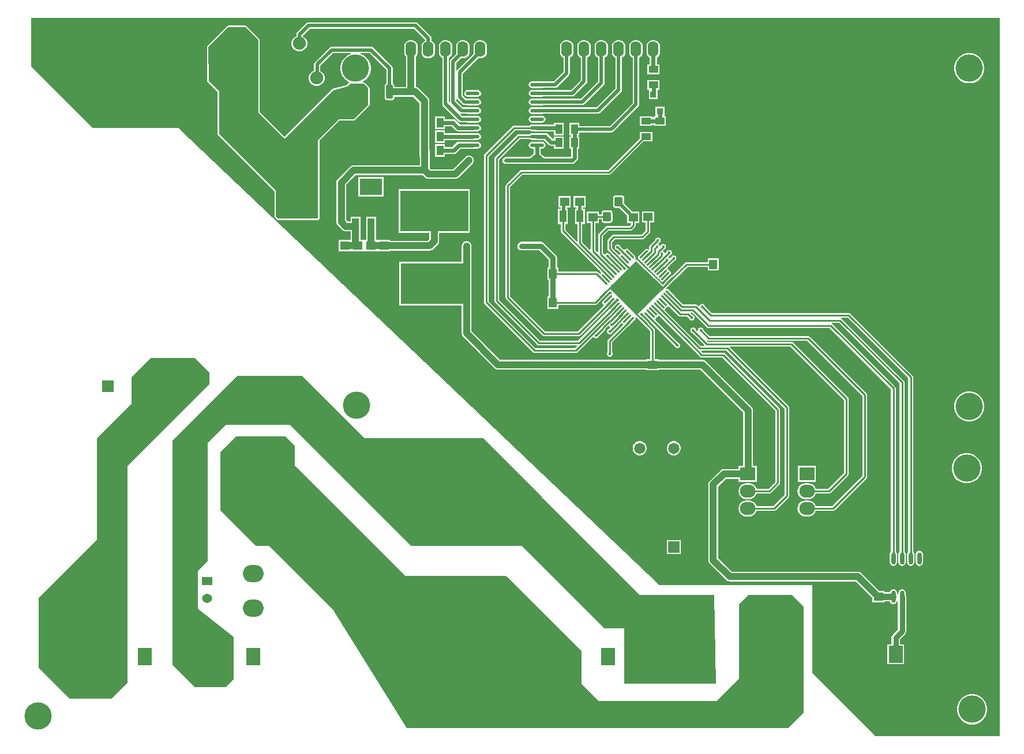
<source format=gbr>
%TF.GenerationSoftware,Altium Limited,Altium Designer,21.3.2 (30)*%
G04 Layer_Physical_Order=2*
G04 Layer_Color=16711680*
%FSLAX24Y24*%
%MOIN*%
%TF.SameCoordinates,B2232A1B-76E2-43D3-9B88-882A457EFEF9*%
%TF.FilePolarity,Positive*%
%TF.FileFunction,Copper,L2,Bot,Signal*%
%TF.Part,Single*%
G01*
G75*
%TA.AperFunction,SMDPad,CuDef*%
%ADD15R,0.0550X0.0394*%
%ADD16R,0.0550X0.0500*%
%TA.AperFunction,Conductor*%
%ADD20C,0.0100*%
%ADD21C,0.0315*%
%ADD22C,0.0394*%
%ADD23C,0.0197*%
%TA.AperFunction,ComponentPad*%
%ADD24R,0.0787X0.0984*%
%ADD25C,0.1575*%
%ADD26O,0.0620X0.0900*%
%ADD27R,0.0620X0.0900*%
%ADD28O,0.0591X0.0512*%
%ADD29R,0.0591X0.0512*%
%ADD30O,0.1200X0.1000*%
%ADD31C,0.0650*%
%ADD32R,0.0650X0.0650*%
%ADD33O,0.1063X0.2126*%
%ADD34R,0.0900X0.0750*%
%ADD35O,0.0900X0.0750*%
%ADD36C,0.0709*%
%ADD37R,0.0709X0.0709*%
%ADD38C,0.0750*%
%TA.AperFunction,ViaPad*%
%ADD39C,0.0157*%
%ADD40C,0.1575*%
%TA.AperFunction,SMDPad,CuDef*%
%ADD41R,0.3937X0.2362*%
%ADD42R,0.1299X0.0945*%
%ADD43R,0.0394X0.0945*%
G04:AMPARAMS|DCode=44|XSize=216.5mil|YSize=224.4mil|CornerRadius=27.1mil|HoleSize=0mil|Usage=FLASHONLY|Rotation=0.000|XOffset=0mil|YOffset=0mil|HoleType=Round|Shape=RoundedRectangle|*
%AMROUNDEDRECTD44*
21,1,0.2165,0.1703,0,0,0.0*
21,1,0.1624,0.2244,0,0,0.0*
1,1,0.0541,0.0812,-0.0851*
1,1,0.0541,-0.0812,-0.0851*
1,1,0.0541,-0.0812,0.0851*
1,1,0.0541,0.0812,0.0851*
%
%ADD44ROUNDEDRECTD44*%
G04:AMPARAMS|DCode=45|XSize=39.4mil|YSize=78.7mil|CornerRadius=4.9mil|HoleSize=0mil|Usage=FLASHONLY|Rotation=0.000|XOffset=0mil|YOffset=0mil|HoleType=Round|Shape=RoundedRectangle|*
%AMROUNDEDRECTD45*
21,1,0.0394,0.0689,0,0,0.0*
21,1,0.0295,0.0787,0,0,0.0*
1,1,0.0098,0.0148,-0.0344*
1,1,0.0098,-0.0148,-0.0344*
1,1,0.0098,-0.0148,0.0344*
1,1,0.0098,0.0148,0.0344*
%
%ADD45ROUNDEDRECTD45*%
%ADD46R,0.0394X0.0550*%
%ADD47O,0.0800X0.0217*%
%ADD48R,0.0354X0.0374*%
%ADD49R,0.0394X0.0709*%
G04:AMPARAMS|DCode=50|XSize=55.1mil|YSize=47.2mil|CornerRadius=5.9mil|HoleSize=0mil|Usage=FLASHONLY|Rotation=90.000|XOffset=0mil|YOffset=0mil|HoleType=Round|Shape=RoundedRectangle|*
%AMROUNDEDRECTD50*
21,1,0.0551,0.0354,0,0,90.0*
21,1,0.0433,0.0472,0,0,90.0*
1,1,0.0118,0.0177,0.0217*
1,1,0.0118,0.0177,-0.0217*
1,1,0.0118,-0.0177,-0.0217*
1,1,0.0118,-0.0177,0.0217*
%
%ADD50ROUNDEDRECTD50*%
%ADD51R,0.0551X0.0472*%
G04:AMPARAMS|DCode=52|XSize=11mil|YSize=61.4mil|CornerRadius=2.8mil|HoleSize=0mil|Usage=FLASHONLY|Rotation=315.000|XOffset=0mil|YOffset=0mil|HoleType=Round|Shape=RoundedRectangle|*
%AMROUNDEDRECTD52*
21,1,0.0110,0.0559,0,0,315.0*
21,1,0.0055,0.0614,0,0,315.0*
1,1,0.0055,-0.0178,-0.0217*
1,1,0.0055,-0.0217,-0.0178*
1,1,0.0055,0.0178,0.0217*
1,1,0.0055,0.0217,0.0178*
%
%ADD52ROUNDEDRECTD52*%
G04:AMPARAMS|DCode=53|XSize=11mil|YSize=61.4mil|CornerRadius=2.8mil|HoleSize=0mil|Usage=FLASHONLY|Rotation=225.000|XOffset=0mil|YOffset=0mil|HoleType=Round|Shape=RoundedRectangle|*
%AMROUNDEDRECTD53*
21,1,0.0110,0.0559,0,0,225.0*
21,1,0.0055,0.0614,0,0,225.0*
1,1,0.0055,-0.0217,0.0178*
1,1,0.0055,-0.0178,0.0217*
1,1,0.0055,0.0217,-0.0178*
1,1,0.0055,0.0178,-0.0217*
%
%ADD53ROUNDEDRECTD53*%
%ADD54R,0.0472X0.0551*%
%ADD55O,0.0236X0.0709*%
%TA.AperFunction,Conductor*%
%ADD56C,0.0157*%
%ADD57C,0.0236*%
%ADD58C,0.0354*%
G36*
X19850Y17100D02*
X26710D01*
X30140Y13670D01*
X30124Y13656D01*
X35750Y8030D01*
X40050Y8030D01*
X40161Y2900D01*
X34870D01*
Y6100D01*
X33740D01*
X28950Y10890D01*
X22550D01*
X22240Y11200D01*
X15570Y17870D01*
X11840D01*
X10780Y16810D01*
Y10000D01*
X10210Y9430D01*
Y7240D01*
X12300Y5600D01*
Y3180D01*
X11820Y2700D01*
X10050D01*
X8750Y4000D01*
Y16960D01*
X12490Y20700D01*
X16250D01*
X19850Y17100D01*
D02*
G37*
G36*
X10890Y20921D02*
Y20240D01*
X6160Y15510D01*
Y2960D01*
X5240Y2040D01*
X2820D01*
X1010Y3850D01*
Y7860D01*
X4390Y11240D01*
Y17086D01*
X6403Y19099D01*
X6400Y20220D01*
Y20650D01*
X7490Y21740D01*
X10071D01*
X10890Y20921D01*
D02*
G37*
G36*
X15280Y17220D02*
X15830Y16670D01*
Y15520D01*
X22210Y9140D01*
X28040D01*
X32380Y4800D01*
Y2925D01*
X33405Y1900D01*
X40200D01*
X41490Y3190D01*
Y7510D01*
X42010Y8030D01*
X44560D01*
X45220Y7370D01*
X45220Y1240D01*
X44340Y360D01*
X22290D01*
X18060Y7130D01*
X18080D01*
X14320Y10890D01*
X13580D01*
X11530Y12940D01*
Y16300D01*
X12450Y17220D01*
X15280Y17220D01*
D02*
G37*
G36*
X56565Y-115D02*
X49375Y-115D01*
X45730Y3530D01*
Y8610D01*
X36894D01*
X9090Y35036D01*
X4174Y35036D01*
X600Y38610D01*
X600Y41415D01*
X56565D01*
X56565Y-115D01*
D02*
G37*
%LPC*%
G36*
X26540Y40136D02*
X26437Y40123D01*
X26342Y40083D01*
X26260Y40020D01*
X26197Y39938D01*
X26157Y39843D01*
X26144Y39740D01*
Y39460D01*
X26157Y39357D01*
X26163Y39344D01*
X25219Y38401D01*
X25205Y38378D01*
X25155Y38394D01*
Y38814D01*
X25424Y39083D01*
X25437Y39077D01*
X25540Y39064D01*
X25643Y39077D01*
X25738Y39117D01*
X25820Y39180D01*
X25883Y39262D01*
X25923Y39357D01*
X25936Y39460D01*
Y39740D01*
X25923Y39843D01*
X25883Y39938D01*
X25820Y40020D01*
X25738Y40083D01*
X25643Y40123D01*
X25540Y40136D01*
X25437Y40123D01*
X25342Y40083D01*
X25260Y40020D01*
X25197Y39938D01*
X25157Y39843D01*
X25144Y39740D01*
Y39460D01*
X25157Y39357D01*
X25163Y39344D01*
X24839Y39021D01*
X24799Y38961D01*
X24785Y38890D01*
Y36549D01*
X24774Y36539D01*
X24739Y36520D01*
X24725Y36530D01*
Y39111D01*
X24738Y39117D01*
X24820Y39180D01*
X24883Y39262D01*
X24923Y39357D01*
X24936Y39460D01*
Y39740D01*
X24923Y39843D01*
X24883Y39938D01*
X24820Y40020D01*
X24738Y40083D01*
X24643Y40123D01*
X24540Y40136D01*
X24437Y40123D01*
X24342Y40083D01*
X24260Y40020D01*
X24197Y39938D01*
X24157Y39843D01*
X24144Y39740D01*
Y39460D01*
X24157Y39357D01*
X24197Y39262D01*
X24260Y39180D01*
X24342Y39117D01*
X24355Y39111D01*
Y36430D01*
X24369Y36359D01*
X24409Y36299D01*
X25286Y35423D01*
X25346Y35383D01*
X25417Y35368D01*
X25767D01*
X25817Y35358D01*
X26400D01*
X26475Y35373D01*
X26538Y35415D01*
X26580Y35479D01*
X26595Y35553D01*
X26580Y35628D01*
X26538Y35691D01*
X26475Y35733D01*
X26400Y35748D01*
X25817D01*
X25767Y35738D01*
X25493D01*
X25402Y35829D01*
X25426Y35875D01*
X25462Y35868D01*
X25767D01*
X25817Y35858D01*
X26400D01*
X26475Y35873D01*
X26538Y35915D01*
X26580Y35979D01*
X26595Y36053D01*
X26580Y36128D01*
X26538Y36191D01*
X26475Y36233D01*
X26400Y36248D01*
X25817D01*
X25767Y36238D01*
X25538D01*
X25155Y36621D01*
Y36726D01*
X25205Y36742D01*
X25219Y36719D01*
X25509Y36429D01*
X25569Y36389D01*
X25640Y36375D01*
X25739D01*
X25742Y36373D01*
X25817Y36358D01*
X26400D01*
X26475Y36373D01*
X26538Y36415D01*
X26580Y36479D01*
X26595Y36553D01*
X26580Y36628D01*
X26538Y36691D01*
X26475Y36733D01*
X26400Y36748D01*
X25817D01*
X25799Y36744D01*
X25796Y36745D01*
X25716D01*
X25535Y36926D01*
Y38194D01*
X26424Y39083D01*
X26437Y39077D01*
X26540Y39064D01*
X26643Y39077D01*
X26738Y39117D01*
X26820Y39180D01*
X26883Y39262D01*
X26923Y39357D01*
X26936Y39460D01*
Y39740D01*
X26923Y39843D01*
X26883Y39938D01*
X26820Y40020D01*
X26738Y40083D01*
X26643Y40123D01*
X26540Y40136D01*
D02*
G37*
G36*
X22800Y41155D02*
X16620D01*
X16549Y41141D01*
X16489Y41101D01*
X15974Y40586D01*
X15934Y40526D01*
X15920Y40455D01*
Y40358D01*
X15913Y40356D01*
X15809Y40296D01*
X15724Y40211D01*
X15664Y40107D01*
X15632Y39990D01*
Y39870D01*
X15664Y39753D01*
X15724Y39649D01*
X15809Y39564D01*
X15913Y39504D01*
X16030Y39472D01*
X16150D01*
X16267Y39504D01*
X16371Y39564D01*
X16456Y39649D01*
X16516Y39753D01*
X16548Y39870D01*
Y39990D01*
X16516Y40107D01*
X16456Y40211D01*
X16371Y40296D01*
X16304Y40335D01*
X16300Y40388D01*
X16696Y40785D01*
X22724D01*
X23355Y40154D01*
Y40089D01*
X23342Y40083D01*
X23260Y40020D01*
X23197Y39938D01*
X23157Y39843D01*
X23144Y39740D01*
Y39460D01*
X23157Y39357D01*
X23197Y39262D01*
X23260Y39180D01*
X23342Y39117D01*
X23437Y39077D01*
X23540Y39064D01*
X23643Y39077D01*
X23738Y39117D01*
X23820Y39180D01*
X23883Y39262D01*
X23923Y39357D01*
X23936Y39460D01*
Y39740D01*
X23923Y39843D01*
X23883Y39938D01*
X23820Y40020D01*
X23738Y40083D01*
X23725Y40089D01*
Y40230D01*
X23711Y40301D01*
X23671Y40361D01*
X22931Y41101D01*
X22871Y41141D01*
X22800Y41155D01*
D02*
G37*
G36*
X36540Y40136D02*
X36437Y40123D01*
X36342Y40083D01*
X36260Y40020D01*
X36197Y39938D01*
X36157Y39843D01*
X36144Y39740D01*
Y39460D01*
X36157Y39357D01*
X36197Y39262D01*
X36260Y39180D01*
X36335Y39122D01*
Y38718D01*
X36189D01*
Y38159D01*
X36905D01*
Y38718D01*
X36745D01*
Y39122D01*
X36820Y39180D01*
X36883Y39262D01*
X36923Y39357D01*
X36936Y39460D01*
Y39740D01*
X36923Y39843D01*
X36883Y39938D01*
X36820Y40020D01*
X36738Y40083D01*
X36643Y40123D01*
X36540Y40136D01*
D02*
G37*
G36*
X31540D02*
X31437Y40123D01*
X31342Y40083D01*
X31260Y40020D01*
X31197Y39938D01*
X31157Y39843D01*
X31144Y39740D01*
Y39460D01*
X31157Y39357D01*
X31197Y39262D01*
X31260Y39180D01*
X31342Y39117D01*
X31345Y39116D01*
Y38286D01*
X30797Y37738D01*
X30171D01*
X30121Y37748D01*
X29537D01*
X29463Y37733D01*
X29400Y37691D01*
X29358Y37628D01*
X29343Y37553D01*
X29358Y37479D01*
X29400Y37415D01*
X29463Y37373D01*
X29537Y37358D01*
X30121D01*
X30171Y37369D01*
X30873D01*
X30944Y37383D01*
X31004Y37423D01*
X31661Y38079D01*
X31701Y38139D01*
X31715Y38210D01*
Y39107D01*
X31738Y39117D01*
X31820Y39180D01*
X31883Y39262D01*
X31923Y39357D01*
X31936Y39460D01*
Y39740D01*
X31923Y39843D01*
X31883Y39938D01*
X31820Y40020D01*
X31738Y40083D01*
X31643Y40123D01*
X31540Y40136D01*
D02*
G37*
G36*
X54876Y39370D02*
X54704D01*
X54536Y39337D01*
X54378Y39271D01*
X54235Y39176D01*
X54114Y39055D01*
X54019Y38912D01*
X53953Y38754D01*
X53920Y38586D01*
Y38414D01*
X53953Y38246D01*
X54019Y38088D01*
X54114Y37945D01*
X54235Y37824D01*
X54378Y37729D01*
X54536Y37663D01*
X54704Y37630D01*
X54876D01*
X55044Y37663D01*
X55202Y37729D01*
X55345Y37824D01*
X55466Y37945D01*
X55561Y38088D01*
X55627Y38246D01*
X55660Y38414D01*
Y38586D01*
X55627Y38754D01*
X55561Y38912D01*
X55466Y39055D01*
X55345Y39176D01*
X55202Y39271D01*
X55044Y39337D01*
X54876Y39370D01*
D02*
G37*
G36*
X32540Y40136D02*
X32437Y40123D01*
X32342Y40083D01*
X32260Y40020D01*
X32197Y39938D01*
X32157Y39843D01*
X32144Y39740D01*
Y39460D01*
X32157Y39357D01*
X32197Y39262D01*
X32260Y39180D01*
X32342Y39117D01*
X32355Y39111D01*
Y37816D01*
X31777Y37238D01*
X30171D01*
X30121Y37248D01*
X29537D01*
X29463Y37233D01*
X29400Y37191D01*
X29358Y37128D01*
X29343Y37053D01*
X29358Y36979D01*
X29400Y36915D01*
X29463Y36873D01*
X29537Y36858D01*
X30121D01*
X30171Y36869D01*
X31853D01*
X31924Y36883D01*
X31984Y36923D01*
X32671Y37609D01*
X32711Y37669D01*
X32725Y37740D01*
Y39111D01*
X32738Y39117D01*
X32820Y39180D01*
X32883Y39262D01*
X32923Y39357D01*
X32936Y39460D01*
Y39740D01*
X32923Y39843D01*
X32883Y39938D01*
X32820Y40020D01*
X32738Y40083D01*
X32643Y40123D01*
X32540Y40136D01*
D02*
G37*
G36*
X26400Y37248D02*
X25817D01*
X25742Y37233D01*
X25679Y37191D01*
X25637Y37128D01*
X25622Y37053D01*
X25637Y36979D01*
X25679Y36915D01*
X25742Y36873D01*
X25817Y36858D01*
X26400D01*
X26475Y36873D01*
X26538Y36915D01*
X26580Y36979D01*
X26595Y37053D01*
X26580Y37128D01*
X26538Y37191D01*
X26475Y37233D01*
X26400Y37248D01*
D02*
G37*
G36*
X33540Y40136D02*
X33437Y40123D01*
X33342Y40083D01*
X33260Y40020D01*
X33197Y39938D01*
X33157Y39843D01*
X33144Y39740D01*
Y39460D01*
X33157Y39357D01*
X33197Y39262D01*
X33260Y39180D01*
X33342Y39117D01*
X33355Y39111D01*
Y37736D01*
X32357Y36738D01*
X30171D01*
X30121Y36748D01*
X29537D01*
X29463Y36733D01*
X29400Y36691D01*
X29358Y36628D01*
X29343Y36553D01*
X29358Y36479D01*
X29400Y36415D01*
X29463Y36373D01*
X29537Y36358D01*
X30121D01*
X30171Y36369D01*
X32433D01*
X32504Y36383D01*
X32564Y36423D01*
X33671Y37529D01*
X33711Y37589D01*
X33725Y37660D01*
Y39111D01*
X33738Y39117D01*
X33820Y39180D01*
X33883Y39262D01*
X33923Y39357D01*
X33936Y39460D01*
Y39740D01*
X33923Y39843D01*
X33883Y39938D01*
X33820Y40020D01*
X33738Y40083D01*
X33643Y40123D01*
X33540Y40136D01*
D02*
G37*
G36*
X36905Y37818D02*
X36189D01*
Y37259D01*
X36236D01*
X36283Y37253D01*
Y36714D01*
X36803D01*
Y37253D01*
X36850Y37259D01*
X36905D01*
Y37818D01*
D02*
G37*
G36*
X34540Y40136D02*
X34437Y40123D01*
X34342Y40083D01*
X34260Y40020D01*
X34197Y39938D01*
X34157Y39843D01*
X34144Y39740D01*
Y39460D01*
X34157Y39357D01*
X34197Y39262D01*
X34260Y39180D01*
X34342Y39117D01*
X34355Y39111D01*
Y37336D01*
X33257Y36238D01*
X30171D01*
X30121Y36248D01*
X29537D01*
X29463Y36233D01*
X29400Y36191D01*
X29358Y36128D01*
X29343Y36053D01*
X29358Y35979D01*
X29400Y35915D01*
X29463Y35873D01*
X29537Y35858D01*
X30121D01*
X30171Y35868D01*
X33333D01*
X33404Y35883D01*
X33464Y35923D01*
X34671Y37129D01*
X34711Y37189D01*
X34725Y37260D01*
Y39111D01*
X34738Y39117D01*
X34820Y39180D01*
X34883Y39262D01*
X34923Y39357D01*
X34936Y39460D01*
Y39740D01*
X34923Y39843D01*
X34883Y39938D01*
X34820Y40020D01*
X34738Y40083D01*
X34643Y40123D01*
X34540Y40136D01*
D02*
G37*
G36*
X37177Y36269D02*
X36657D01*
Y35729D01*
X36607Y35728D01*
X36559D01*
Y35654D01*
X36491D01*
Y35728D01*
X35776D01*
Y35169D01*
X36491D01*
Y35244D01*
X36559D01*
Y35169D01*
X37275D01*
Y35728D01*
X37226D01*
X37177Y35729D01*
Y36269D01*
D02*
G37*
G36*
X30121Y35748D02*
X29537D01*
X29463Y35733D01*
X29400Y35691D01*
X29358Y35628D01*
X29343Y35553D01*
X29358Y35479D01*
X29400Y35415D01*
X29463Y35373D01*
X29537Y35358D01*
X30121D01*
X30195Y35373D01*
X30259Y35415D01*
X30301Y35479D01*
X30316Y35553D01*
X30301Y35628D01*
X30259Y35691D01*
X30195Y35733D01*
X30121Y35748D01*
D02*
G37*
G36*
X35540Y40136D02*
X35437Y40123D01*
X35342Y40083D01*
X35260Y40020D01*
X35197Y39938D01*
X35157Y39843D01*
X35144Y39740D01*
Y39460D01*
X35157Y39357D01*
X35197Y39262D01*
X35260Y39180D01*
X35342Y39117D01*
X35355Y39111D01*
Y36476D01*
X34037Y35158D01*
X32269D01*
Y35331D01*
X31709D01*
Y34615D01*
X31784D01*
Y34557D01*
X31709D01*
Y33842D01*
X31784D01*
Y33393D01*
X31766Y33375D01*
X30264D01*
X30034Y33557D01*
Y33858D01*
X30121D01*
X30195Y33873D01*
X30259Y33915D01*
X30301Y33979D01*
X30316Y34053D01*
X30301Y34128D01*
X30259Y34191D01*
X30195Y34233D01*
X30121Y34248D01*
X29880D01*
X29829Y34258D01*
X29779Y34248D01*
X29537D01*
X29463Y34233D01*
X29400Y34191D01*
X29358Y34128D01*
X29343Y34053D01*
X29358Y33979D01*
X29400Y33915D01*
X29463Y33873D01*
X29537Y33858D01*
X29624D01*
Y33553D01*
X29405Y33375D01*
X28030D01*
X27952Y33359D01*
X27885Y33315D01*
X27841Y33248D01*
X27825Y33170D01*
X27841Y33092D01*
X27885Y33025D01*
X27952Y32981D01*
X28030Y32965D01*
X29741D01*
X29785Y32974D01*
X29829Y32965D01*
X31851D01*
X31851Y32965D01*
X31929Y32981D01*
X31995Y33025D01*
X32134Y33164D01*
X32134Y33164D01*
X32178Y33230D01*
X32194Y33308D01*
X32194Y33308D01*
Y33842D01*
X32269D01*
Y34557D01*
X32194D01*
Y34615D01*
X32269D01*
Y34788D01*
X34113D01*
X34184Y34803D01*
X34244Y34843D01*
X35671Y36269D01*
X35711Y36329D01*
X35725Y36400D01*
Y39111D01*
X35738Y39117D01*
X35820Y39180D01*
X35883Y39262D01*
X35923Y39357D01*
X35936Y39460D01*
Y39740D01*
X35923Y39843D01*
X35883Y39938D01*
X35820Y40020D01*
X35738Y40083D01*
X35643Y40123D01*
X35540Y40136D01*
D02*
G37*
G36*
X24498Y35711D02*
X23939D01*
Y34995D01*
X24498D01*
Y35148D01*
X24882D01*
X25122Y34908D01*
X25189Y34864D01*
X25267Y34848D01*
X25267Y34848D01*
X26109D01*
X26159Y34858D01*
X26400D01*
X26475Y34873D01*
X26538Y34915D01*
X26580Y34979D01*
X26595Y35053D01*
X26580Y35128D01*
X26538Y35191D01*
X26475Y35233D01*
X26400Y35248D01*
X26159D01*
X26109Y35258D01*
X25352D01*
X25112Y35498D01*
X25045Y35542D01*
X24967Y35558D01*
X24967Y35558D01*
X24498D01*
Y35711D01*
D02*
G37*
G36*
X31369Y35331D02*
X30809D01*
Y35258D01*
X29829D01*
X29779Y35248D01*
X29537D01*
X29463Y35233D01*
X29400Y35191D01*
X29398Y35188D01*
X28493D01*
X28441Y35178D01*
X28397Y35149D01*
X28397Y35149D01*
X26794Y33546D01*
X26765Y33502D01*
X26755Y33450D01*
X26755Y33450D01*
Y24970D01*
X26755Y24970D01*
X26765Y24918D01*
X26794Y24874D01*
X29584Y22084D01*
X29584Y22084D01*
X29628Y22055D01*
X29680Y22045D01*
X29680Y22045D01*
X32074D01*
X32074Y22045D01*
X32125Y22055D01*
X32169Y22084D01*
X33049Y22964D01*
X33090Y22956D01*
X33102Y22946D01*
X33146Y22903D01*
X33205Y22878D01*
X33269D01*
X33328Y22903D01*
X33374Y22948D01*
X33398Y23008D01*
Y23010D01*
X33736Y23348D01*
X33736Y23348D01*
X33765Y23391D01*
X33773Y23430D01*
X33950Y23607D01*
X34000Y23597D01*
X34003Y23589D01*
X34040Y23552D01*
X34054Y23495D01*
X34000Y23441D01*
X33998D01*
X33939Y23417D01*
X33893Y23371D01*
X33869Y23312D01*
Y23248D01*
X33893Y23189D01*
X33939Y23143D01*
X33998Y23119D01*
X34062D01*
X34121Y23143D01*
X34167Y23189D01*
X34191Y23248D01*
Y23250D01*
X34296Y23355D01*
X34323Y23373D01*
X34572Y23622D01*
X34572Y23622D01*
X34601Y23666D01*
X34601Y23666D01*
X34697Y23761D01*
X34757Y23751D01*
X34774Y23735D01*
X34784Y23674D01*
X33934Y22825D01*
X33905Y22781D01*
X33895Y22729D01*
X33895Y22729D01*
Y22083D01*
X33893Y22081D01*
X33869Y22022D01*
Y21958D01*
X33893Y21899D01*
X33939Y21853D01*
X33998Y21829D01*
X34062D01*
X34121Y21853D01*
X34167Y21899D01*
X34191Y21958D01*
Y22022D01*
X34167Y22081D01*
X34165Y22083D01*
Y22673D01*
X35063Y23571D01*
X35083Y23584D01*
X35479Y23979D01*
X35503Y24016D01*
X35511Y24059D01*
X35505Y24092D01*
X35536Y24117D01*
X35546Y24121D01*
X35668Y23999D01*
X35681Y23979D01*
X36077Y23584D01*
X36097Y23571D01*
X36363Y23304D01*
Y21675D01*
X36140D01*
Y21638D01*
X27691D01*
X26032Y23297D01*
Y28220D01*
X26022Y28293D01*
X25994Y28361D01*
X25949Y28419D01*
X25891Y28464D01*
X25823Y28492D01*
X25750Y28502D01*
X25677Y28492D01*
X25609Y28464D01*
X25551Y28419D01*
X25506Y28361D01*
X25478Y28293D01*
X25468Y28220D01*
Y27324D01*
X21869D01*
Y24796D01*
X25468D01*
Y23180D01*
X25478Y23107D01*
X25506Y23039D01*
X25551Y22981D01*
X27375Y21156D01*
X27433Y21112D01*
X27501Y21083D01*
X27574Y21074D01*
X36140D01*
Y21037D01*
X36857D01*
Y21074D01*
X39267D01*
X41738Y18603D01*
Y15498D01*
X41467D01*
Y15322D01*
X40610D01*
X40537Y15312D01*
X40469Y15284D01*
X40411Y15239D01*
X39801Y14629D01*
X39756Y14571D01*
X39728Y14503D01*
X39718Y14430D01*
Y10059D01*
X39728Y9986D01*
X39756Y9918D01*
X39801Y9859D01*
X40755Y8905D01*
X40813Y8860D01*
X40881Y8832D01*
X40954Y8822D01*
X48254D01*
X49192Y7884D01*
Y7617D01*
X49908D01*
Y7682D01*
X50209D01*
X50221Y7623D01*
X50265Y7557D01*
X50332Y7512D01*
X50410Y7497D01*
X50488Y7512D01*
X50555Y7557D01*
X50599Y7623D01*
X50615Y7702D01*
Y7740D01*
X50615Y7740D01*
X50665Y7714D01*
Y6031D01*
X50377Y5743D01*
X50324Y5664D01*
X50305Y5570D01*
X50305Y5570D01*
Y5195D01*
X50074D01*
Y4045D01*
X51026D01*
Y5195D01*
X50795D01*
Y5469D01*
X51083Y5757D01*
X51083Y5757D01*
X51136Y5836D01*
X51155Y5930D01*
X51155Y5930D01*
Y7938D01*
X51136Y8031D01*
X51115Y8064D01*
Y8174D01*
X51099Y8252D01*
X51055Y8319D01*
X50988Y8363D01*
X50910Y8379D01*
X50832Y8363D01*
X50765Y8319D01*
X50721Y8252D01*
X50705Y8174D01*
Y8096D01*
X50685Y8075D01*
X50660Y8075D01*
X50624Y8084D01*
X50615Y8096D01*
Y8174D01*
X50599Y8252D01*
X50555Y8319D01*
X50488Y8363D01*
X50410Y8379D01*
X50332Y8363D01*
X50265Y8319D01*
X50221Y8252D01*
X50212Y8206D01*
X49908D01*
Y8283D01*
X49591D01*
X48570Y9304D01*
X48512Y9348D01*
X48444Y9377D01*
X48371Y9386D01*
X41071D01*
X40282Y10175D01*
Y14313D01*
X40727Y14758D01*
X41467D01*
Y14582D01*
X42533D01*
Y15498D01*
X42302D01*
Y18720D01*
X42292Y18793D01*
X42264Y18861D01*
X42219Y18919D01*
X39584Y21555D01*
X39525Y21600D01*
X39457Y21628D01*
X39384Y21638D01*
X36857D01*
Y21675D01*
X36634D01*
Y23360D01*
X36624Y23412D01*
X36594Y23456D01*
X36594Y23456D01*
X36288Y23762D01*
X36275Y23782D01*
X35879Y24177D01*
X35859Y24191D01*
X35770Y24280D01*
X35874Y24385D01*
X35885Y24384D01*
X35927Y24337D01*
X35935Y24294D01*
X35960Y24258D01*
X36355Y23863D01*
X36358Y23861D01*
X37775Y22444D01*
Y22441D01*
X37800Y22382D01*
X37845Y22337D01*
X37904Y22312D01*
X37969D01*
X38028Y22337D01*
X38073Y22382D01*
X38098Y22441D01*
Y22506D01*
X38073Y22565D01*
X38028Y22610D01*
X37969Y22635D01*
X37966D01*
X36648Y23953D01*
X36653Y24002D01*
X36692Y24041D01*
X36717Y24077D01*
X36723Y24110D01*
X36756Y24117D01*
X36793Y24141D01*
X36831Y24180D01*
X36875Y24184D01*
X38455Y22604D01*
X38455Y22604D01*
X38455Y22604D01*
X39245Y21814D01*
X39245Y21814D01*
X39289Y21785D01*
X39341Y21775D01*
X39341Y21775D01*
X40534D01*
X43605Y18704D01*
Y14586D01*
X43194Y14175D01*
X42514D01*
X42475Y14271D01*
X42401Y14366D01*
X42306Y14440D01*
X42194Y14486D01*
X42075Y14502D01*
X41925D01*
X41806Y14486D01*
X41694Y14440D01*
X41599Y14366D01*
X41525Y14271D01*
X41479Y14159D01*
X41463Y14040D01*
X41479Y13921D01*
X41525Y13809D01*
X41599Y13714D01*
X41694Y13640D01*
X41806Y13594D01*
X41925Y13578D01*
X42075D01*
X42194Y13594D01*
X42306Y13640D01*
X42401Y13714D01*
X42475Y13809D01*
X42514Y13905D01*
X43250D01*
X43250Y13905D01*
X43302Y13915D01*
X43346Y13944D01*
X43836Y14434D01*
X43836Y14434D01*
X43865Y14478D01*
X43875Y14530D01*
X43875Y14530D01*
Y18760D01*
X43875Y18760D01*
X43865Y18812D01*
X43836Y18856D01*
X43836Y18856D01*
X40686Y22006D01*
X40642Y22035D01*
X40590Y22045D01*
X40590Y22045D01*
X39397D01*
X39314Y22129D01*
X39333Y22175D01*
X40764D01*
X44115Y18824D01*
Y13826D01*
X43464Y13175D01*
X42514D01*
X42475Y13271D01*
X42401Y13366D01*
X42306Y13440D01*
X42194Y13486D01*
X42075Y13502D01*
X41925D01*
X41806Y13486D01*
X41694Y13440D01*
X41599Y13366D01*
X41525Y13271D01*
X41479Y13159D01*
X41463Y13040D01*
X41479Y12921D01*
X41525Y12809D01*
X41599Y12714D01*
X41694Y12640D01*
X41806Y12594D01*
X41925Y12578D01*
X42075D01*
X42194Y12594D01*
X42306Y12640D01*
X42401Y12714D01*
X42475Y12809D01*
X42514Y12905D01*
X43520D01*
X43520Y12905D01*
X43572Y12915D01*
X43616Y12944D01*
X44346Y13674D01*
X44375Y13718D01*
X44385Y13770D01*
X44385Y13770D01*
Y18880D01*
X44385Y18880D01*
X44375Y18932D01*
X44346Y18976D01*
X44346Y18976D01*
X40963Y22359D01*
X40982Y22405D01*
X44474D01*
X47565Y19314D01*
Y15106D01*
X46634Y14175D01*
X45924D01*
X45885Y14271D01*
X45811Y14366D01*
X45716Y14440D01*
X45604Y14486D01*
X45485Y14502D01*
X45335D01*
X45216Y14486D01*
X45104Y14440D01*
X45009Y14366D01*
X44935Y14271D01*
X44889Y14159D01*
X44873Y14040D01*
X44889Y13921D01*
X44935Y13809D01*
X45009Y13714D01*
X45104Y13640D01*
X45216Y13594D01*
X45335Y13578D01*
X45485D01*
X45604Y13594D01*
X45716Y13640D01*
X45811Y13714D01*
X45885Y13809D01*
X45924Y13905D01*
X46690D01*
X46690Y13905D01*
X46742Y13915D01*
X46786Y13944D01*
X47796Y14954D01*
X47796Y14954D01*
X47825Y14998D01*
X47835Y15050D01*
X47835Y15050D01*
Y19370D01*
X47835Y19370D01*
X47825Y19422D01*
X47796Y19466D01*
X44626Y22636D01*
X44582Y22665D01*
X44530Y22675D01*
X44530Y22675D01*
X39696D01*
X39623Y22749D01*
X39654Y22788D01*
X39688Y22765D01*
X39740Y22755D01*
X45424D01*
X48625Y19554D01*
Y14936D01*
X46864Y13175D01*
X45924D01*
X45885Y13271D01*
X45811Y13366D01*
X45716Y13440D01*
X45604Y13486D01*
X45485Y13502D01*
X45335D01*
X45216Y13486D01*
X45104Y13440D01*
X45009Y13366D01*
X44935Y13271D01*
X44889Y13159D01*
X44873Y13040D01*
X44889Y12921D01*
X44935Y12809D01*
X45009Y12714D01*
X45104Y12640D01*
X45216Y12594D01*
X45335Y12578D01*
X45485D01*
X45604Y12594D01*
X45716Y12640D01*
X45811Y12714D01*
X45885Y12809D01*
X45924Y12905D01*
X46920D01*
X46920Y12905D01*
X46972Y12915D01*
X47016Y12944D01*
X48856Y14784D01*
X48885Y14828D01*
X48895Y14880D01*
X48895Y14880D01*
Y19610D01*
X48885Y19662D01*
X48856Y19706D01*
X48856Y19706D01*
X45576Y22986D01*
X45532Y23015D01*
X45480Y23025D01*
X45480Y23025D01*
X39796D01*
X39441Y23380D01*
Y23382D01*
X39417Y23441D01*
X39371Y23487D01*
X39312Y23511D01*
X39248D01*
X39189Y23487D01*
X39143Y23441D01*
X39119Y23382D01*
Y23323D01*
X39104Y23312D01*
X39072Y23299D01*
X39001Y23370D01*
Y23372D01*
X38977Y23431D01*
X38931Y23477D01*
X38872Y23501D01*
X38808D01*
X38749Y23477D01*
X38703Y23431D01*
X38679Y23372D01*
Y23308D01*
X38703Y23249D01*
X38749Y23203D01*
X38808Y23179D01*
X38810D01*
X39497Y22491D01*
X39478Y22445D01*
X39275D01*
X37206Y24515D01*
X37210Y24559D01*
X37249Y24597D01*
X37273Y24634D01*
X37280Y24667D01*
X37313Y24673D01*
X37349Y24698D01*
X37388Y24737D01*
X37432Y24741D01*
X37989Y24184D01*
X38033Y24155D01*
X38084Y24145D01*
X38084Y24145D01*
X38504D01*
X38599Y24050D01*
Y24048D01*
X38623Y23989D01*
X38669Y23943D01*
X38728Y23919D01*
X38792D01*
X38851Y23943D01*
X38897Y23989D01*
X38921Y24048D01*
Y24112D01*
X38897Y24171D01*
X38851Y24217D01*
X38792Y24241D01*
X38790D01*
X38709Y24322D01*
X38729Y24368D01*
X38780D01*
X39624Y23524D01*
X39624Y23524D01*
X39668Y23495D01*
X39719Y23485D01*
X46734D01*
X50275Y19944D01*
Y10550D01*
X50265Y10543D01*
X50221Y10477D01*
X50205Y10398D01*
Y9926D01*
X50221Y9848D01*
X50265Y9781D01*
X50332Y9737D01*
X50410Y9721D01*
X50488Y9737D01*
X50555Y9781D01*
X50599Y9848D01*
X50615Y9926D01*
Y10398D01*
X50599Y10477D01*
X50555Y10543D01*
X50545Y10550D01*
Y20000D01*
X50545Y20000D01*
X50535Y20052D01*
X50506Y20096D01*
X46886Y23716D01*
X46857Y23735D01*
X46872Y23785D01*
X47284D01*
X50775Y20294D01*
Y10550D01*
X50765Y10543D01*
X50721Y10477D01*
X50705Y10398D01*
Y9926D01*
X50721Y9848D01*
X50765Y9781D01*
X50832Y9737D01*
X50910Y9721D01*
X50988Y9737D01*
X51055Y9781D01*
X51099Y9848D01*
X51115Y9926D01*
Y10398D01*
X51099Y10477D01*
X51055Y10543D01*
X51045Y10550D01*
Y20350D01*
X51035Y20402D01*
X51006Y20446D01*
X51006Y20446D01*
X47436Y24016D01*
X47407Y24035D01*
X47422Y24085D01*
X47784D01*
X51275Y20594D01*
Y10550D01*
X51265Y10543D01*
X51221Y10477D01*
X51205Y10398D01*
Y9926D01*
X51221Y9848D01*
X51265Y9781D01*
X51332Y9737D01*
X51410Y9721D01*
X51488Y9737D01*
X51555Y9781D01*
X51599Y9848D01*
X51615Y9926D01*
Y10398D01*
X51599Y10477D01*
X51555Y10543D01*
X51545Y10550D01*
Y20650D01*
X51535Y20702D01*
X51506Y20746D01*
X51506Y20746D01*
X47936Y24316D01*
X47892Y24345D01*
X47840Y24355D01*
X47840Y24355D01*
X39906D01*
X39521Y24740D01*
Y24742D01*
X39497Y24801D01*
X39451Y24847D01*
X39392Y24871D01*
X39328D01*
X39269Y24847D01*
X39223Y24801D01*
X39205Y24757D01*
X39152Y24739D01*
X39076Y24816D01*
X39032Y24845D01*
X38980Y24855D01*
X38980Y24855D01*
X38257D01*
X37819Y25293D01*
X37806Y25313D01*
X37411Y25709D01*
X37374Y25733D01*
X37331Y25741D01*
X37297Y25735D01*
X37276Y25757D01*
X37267Y25776D01*
X37387Y25896D01*
X37411Y25911D01*
X37806Y26307D01*
X37819Y26327D01*
X38516Y27023D01*
X39685D01*
Y26800D01*
X40323D01*
Y27517D01*
X39685D01*
Y27294D01*
X38460D01*
X38408Y27284D01*
X38364Y27254D01*
X38364Y27254D01*
X37628Y26518D01*
X37608Y26505D01*
X37213Y26109D01*
X37202Y26093D01*
X37101Y25992D01*
X35587Y27421D01*
X35574Y27429D01*
X35562Y27437D01*
X35560Y27437D01*
X35559Y27438D01*
X35544Y27441D01*
X35529Y27444D01*
X35528Y27443D01*
X35527Y27444D01*
X35512Y27440D01*
X35507Y27439D01*
X35483Y27468D01*
X35482Y27469D01*
X35478Y27481D01*
X35479Y27482D01*
X35503Y27518D01*
X35511Y27561D01*
X35503Y27604D01*
X35479Y27641D01*
X35083Y28036D01*
X35047Y28060D01*
X35004Y28069D01*
X34961Y28060D01*
X34924Y28036D01*
X34897Y28008D01*
X34836Y27998D01*
X34625Y28209D01*
X34613Y28238D01*
X34568Y28283D01*
X34508Y28308D01*
X34444D01*
X34385Y28283D01*
X34339Y28238D01*
X34315Y28179D01*
Y28114D01*
X34339Y28055D01*
X34385Y28010D01*
X34444Y27985D01*
X34466D01*
X34645Y27807D01*
X34635Y27746D01*
X34618Y27730D01*
X34557Y27720D01*
X34155Y28122D01*
Y28444D01*
X34316Y28605D01*
X35900D01*
X35900Y28605D01*
X35952Y28615D01*
X35996Y28644D01*
X36316Y28964D01*
X36316Y28964D01*
X36345Y29008D01*
X36355Y29060D01*
Y29585D01*
X36600D01*
Y30223D01*
X35883D01*
Y29585D01*
X36085D01*
Y29116D01*
X35844Y28875D01*
X34260D01*
X34208Y28865D01*
X34164Y28836D01*
X34164Y28836D01*
X33924Y28596D01*
X33895Y28552D01*
X33885Y28500D01*
X33885Y28500D01*
Y28066D01*
X33885Y28066D01*
X33895Y28014D01*
X33924Y27970D01*
X34454Y27440D01*
X34468Y27420D01*
X34863Y27025D01*
X34883Y27012D01*
X34973Y26922D01*
X34868Y26817D01*
X34857Y26819D01*
X34815Y26865D01*
X34807Y26908D01*
X34783Y26945D01*
X34387Y27340D01*
X34369Y27352D01*
X34046Y27675D01*
Y27687D01*
X34021Y27746D01*
X33976Y27791D01*
X33917Y27816D01*
X33852D01*
X33793Y27791D01*
X33752Y27750D01*
X33736Y27741D01*
X33698Y27734D01*
X33625Y27806D01*
Y28794D01*
X33936Y29105D01*
X35210D01*
X35210Y29105D01*
X35262Y29115D01*
X35306Y29144D01*
X35476Y29314D01*
X35476Y29314D01*
X35505Y29358D01*
X35515Y29410D01*
Y29557D01*
X35738D01*
Y30223D01*
X35306D01*
X35286Y30254D01*
X34856Y30683D01*
Y31000D01*
X34845Y31055D01*
X34814Y31102D01*
X34767Y31133D01*
X34712Y31144D01*
X34357D01*
X34302Y31133D01*
X34255Y31102D01*
X34224Y31055D01*
X34213Y31000D01*
Y30567D01*
X34224Y30511D01*
X34255Y30464D01*
X34302Y30433D01*
X34357Y30422D01*
X34595D01*
X35022Y29995D01*
Y29557D01*
X35245D01*
Y29466D01*
X35154Y29375D01*
X33880D01*
X33828Y29365D01*
X33784Y29336D01*
X33784Y29336D01*
X33394Y28946D01*
X33365Y28902D01*
X33355Y28850D01*
X33355Y28850D01*
Y27874D01*
X33309Y27855D01*
X33185Y27978D01*
Y29557D01*
X33408D01*
Y29782D01*
X33544D01*
Y29700D01*
X33555Y29645D01*
X33586Y29598D01*
X33633Y29567D01*
X33688Y29556D01*
X34043D01*
X34098Y29567D01*
X34145Y29598D01*
X34176Y29645D01*
X34187Y29700D01*
Y30133D01*
X34176Y30189D01*
X34145Y30236D01*
X34098Y30267D01*
X34043Y30278D01*
X33688D01*
X33633Y30267D01*
X33586Y30236D01*
X33555Y30189D01*
X33544Y30133D01*
Y30052D01*
X33408D01*
Y30223D01*
X32692D01*
Y29557D01*
X32915D01*
Y28036D01*
X32869Y28017D01*
X32437Y28448D01*
Y29493D01*
X32582D01*
Y30367D01*
X32476D01*
Y30444D01*
X32639D01*
Y31110D01*
X31923D01*
Y30444D01*
X32107D01*
Y30367D01*
X32023D01*
Y29493D01*
X32167D01*
Y28505D01*
X32121Y28486D01*
X31453Y29154D01*
Y29493D01*
X31597D01*
Y30367D01*
X31549D01*
Y30444D01*
X31769D01*
Y31110D01*
X31053D01*
Y30444D01*
X31180D01*
Y30367D01*
X31038D01*
Y29493D01*
X31183D01*
Y29098D01*
X31183Y29098D01*
X31193Y29046D01*
X31222Y29002D01*
X33531Y26693D01*
X33521Y26633D01*
X33505Y26616D01*
X33444Y26606D01*
X33343Y26707D01*
X33299Y26736D01*
X33248Y26747D01*
X33248Y26747D01*
X31055D01*
Y26970D01*
X30981D01*
Y27544D01*
X30981Y27544D01*
X30962Y27638D01*
X30909Y27717D01*
X30233Y28393D01*
X30154Y28446D01*
X30060Y28465D01*
X30060Y28465D01*
X28930D01*
X28836Y28446D01*
X28757Y28393D01*
X28704Y28314D01*
X28685Y28220D01*
X28704Y28126D01*
X28757Y28047D01*
X28836Y27994D01*
X28930Y27975D01*
X29959D01*
X30491Y27443D01*
Y26970D01*
X30417D01*
Y26253D01*
X30491D01*
Y25310D01*
X30417D01*
Y24593D01*
X31055D01*
Y24816D01*
X33190D01*
X33190Y24816D01*
X33242Y24826D01*
X33286Y24856D01*
X33532Y25102D01*
X33552Y25115D01*
X33947Y25511D01*
X33961Y25531D01*
X34050Y25620D01*
X34155Y25516D01*
X34154Y25505D01*
X34107Y25463D01*
X34064Y25454D01*
X34028Y25430D01*
X33633Y25035D01*
X33608Y24998D01*
X33600Y24955D01*
X33608Y24912D01*
X33633Y24876D01*
X33660Y24848D01*
X33670Y24787D01*
X32168Y23285D01*
X30286D01*
X28275Y25296D01*
Y31644D01*
X28986Y32355D01*
X33996D01*
X33996Y32355D01*
X34048Y32365D01*
X34092Y32394D01*
X35967Y34269D01*
X36491D01*
Y34829D01*
X35776D01*
Y34461D01*
X33940Y32625D01*
X28930D01*
X28930Y32625D01*
X28878Y32615D01*
X28834Y32586D01*
X28834Y32586D01*
X28044Y31796D01*
X28015Y31752D01*
X28005Y31700D01*
X28005Y31700D01*
Y25240D01*
X28005Y25240D01*
X28015Y25188D01*
X28044Y25144D01*
X30134Y23054D01*
X30134Y23054D01*
X30178Y23025D01*
X30230Y23015D01*
X32224D01*
X32224Y23015D01*
X32276Y23025D01*
X32320Y23054D01*
X33950Y24684D01*
X33970Y24698D01*
X34365Y25093D01*
X34389Y25129D01*
X34398Y25172D01*
X34440Y25219D01*
X34450Y25220D01*
X34573Y25098D01*
X34571Y25087D01*
X34525Y25045D01*
X34482Y25037D01*
X34445Y25013D01*
X34050Y24617D01*
X34037Y24597D01*
X32195Y22755D01*
X29976D01*
X27615Y25116D01*
Y33214D01*
X28819Y34418D01*
X29398D01*
X29400Y34415D01*
X29463Y34373D01*
X29537Y34358D01*
X29779D01*
X29829Y34348D01*
X30222D01*
X30495Y34075D01*
X30495Y34075D01*
X30562Y34031D01*
X30640Y34015D01*
X30809D01*
Y33842D01*
X31369D01*
Y34557D01*
X30809D01*
Y34425D01*
X30725D01*
X30452Y34698D01*
X30385Y34742D01*
X30307Y34758D01*
X30307Y34758D01*
X29829D01*
X29779Y34748D01*
X29537D01*
X29463Y34733D01*
X29400Y34691D01*
X29398Y34688D01*
X28763D01*
X28763Y34688D01*
X28711Y34678D01*
X28667Y34649D01*
X28667Y34649D01*
X27384Y33366D01*
X27355Y33322D01*
X27345Y33270D01*
X27345Y33270D01*
Y25060D01*
X27345Y25060D01*
X27355Y25008D01*
X27384Y24964D01*
X29824Y22524D01*
X29868Y22495D01*
X29920Y22485D01*
X29920Y22485D01*
X32122D01*
X32141Y22439D01*
X32018Y22315D01*
X29736D01*
X27025Y25026D01*
Y33394D01*
X28549Y34918D01*
X29398D01*
X29400Y34915D01*
X29463Y34873D01*
X29537Y34858D01*
X29779D01*
X29829Y34848D01*
X30809D01*
Y34615D01*
X31369D01*
Y35331D01*
D02*
G37*
G36*
X24498Y34911D02*
X23939D01*
Y34195D01*
X24498D01*
Y34348D01*
X26109D01*
X26159Y34358D01*
X26400D01*
X26475Y34373D01*
X26538Y34415D01*
X26580Y34479D01*
X26595Y34553D01*
X26580Y34628D01*
X26538Y34691D01*
X26475Y34733D01*
X26400Y34748D01*
X26159D01*
X26109Y34758D01*
X24498D01*
Y34911D01*
D02*
G37*
G36*
X25313Y34258D02*
X25235Y34242D01*
X25168Y34198D01*
X24915Y33945D01*
X24498D01*
Y34111D01*
X23939D01*
Y33395D01*
X24498D01*
Y33535D01*
X25000D01*
X25000Y33535D01*
X25078Y33551D01*
X25145Y33595D01*
X25398Y33848D01*
X26109D01*
X26159Y33858D01*
X26400D01*
X26475Y33873D01*
X26538Y33915D01*
X26580Y33979D01*
X26595Y34053D01*
X26580Y34128D01*
X26538Y34191D01*
X26475Y34233D01*
X26400Y34248D01*
X26159D01*
X26109Y34258D01*
X25313D01*
X25313Y34258D01*
D02*
G37*
G36*
X12970Y40964D02*
X11990D01*
X11958Y40958D01*
X11930Y40940D01*
X10780Y39790D01*
X10780Y39789D01*
X10780Y39789D01*
X10771Y39776D01*
X10762Y39762D01*
X10762Y39762D01*
X10762Y39762D01*
X10759Y39746D01*
X10756Y39730D01*
X10756Y39730D01*
X10756Y39730D01*
X10766Y37770D01*
X10769Y37754D01*
X10772Y37738D01*
X10772Y37738D01*
X10772Y37737D01*
X10781Y37724D01*
X10790Y37710D01*
X11366Y37135D01*
Y34710D01*
X11372Y34678D01*
X11390Y34650D01*
X14646Y31395D01*
Y29950D01*
X14652Y29918D01*
X14670Y29890D01*
X14810Y29750D01*
X14838Y29732D01*
X14870Y29726D01*
X17160D01*
X17192Y29732D01*
X17220Y29750D01*
X17238Y29778D01*
X17244Y29810D01*
Y34305D01*
X18405Y35466D01*
X19220D01*
X19252Y35472D01*
X19280Y35490D01*
X20120Y36330D01*
X20138Y36358D01*
X20144Y36390D01*
Y37350D01*
X20138Y37382D01*
X20120Y37410D01*
X19870Y37660D01*
X19842Y37678D01*
X19810Y37684D01*
X19764D01*
X19760Y37734D01*
X19895Y37824D01*
X20016Y37945D01*
X20111Y38088D01*
X20177Y38246D01*
X20210Y38414D01*
Y38586D01*
X20177Y38754D01*
X20111Y38912D01*
X20016Y39055D01*
X19895Y39176D01*
X19752Y39271D01*
X19621Y39325D01*
X19631Y39375D01*
X20164D01*
X21115Y38424D01*
Y37605D01*
X21101Y37602D01*
X21057Y37573D01*
X21028Y37529D01*
X21017Y37478D01*
Y36789D01*
X21028Y36737D01*
X21057Y36694D01*
X21101Y36665D01*
X21152Y36654D01*
X21447D01*
X21499Y36665D01*
X21542Y36694D01*
X21571Y36737D01*
X21582Y36789D01*
Y36851D01*
X22670D01*
X23037Y36484D01*
Y35353D01*
Y34553D01*
Y33753D01*
X23039Y33735D01*
Y33395D01*
X23048D01*
Y32882D01*
X19220D01*
X19147Y32872D01*
X19079Y32844D01*
X19021Y32799D01*
X18311Y32089D01*
X18266Y32031D01*
X18238Y31963D01*
X18228Y31890D01*
Y29620D01*
X18238Y29547D01*
X18266Y29479D01*
X18311Y29421D01*
X18571Y29161D01*
X18629Y29116D01*
X18697Y29088D01*
X18770Y29078D01*
X19048D01*
Y28573D01*
X18356D01*
Y27907D01*
X19071D01*
Y27907D01*
X19110D01*
Y27907D01*
X19815D01*
X19825Y27907D01*
X19865D01*
X19875Y27907D01*
X20580D01*
Y27907D01*
X20619D01*
Y27907D01*
X21334D01*
Y27958D01*
X23620D01*
X23693Y27968D01*
X23761Y27996D01*
X23819Y28041D01*
X24080Y28301D01*
X24125Y28360D01*
X24153Y28428D01*
X24163Y28501D01*
Y28969D01*
X25932D01*
Y31497D01*
X21829D01*
Y28969D01*
X23599D01*
Y28617D01*
X23503Y28522D01*
X21334D01*
Y28573D01*
X20619D01*
Y28573D01*
X20580D01*
Y28573D01*
X20517D01*
Y29360D01*
X20515Y29378D01*
Y29915D01*
X19956D01*
Y29378D01*
X19954Y29360D01*
Y28573D01*
X19875D01*
X19865Y28573D01*
X19825D01*
X19815Y28573D01*
X19612D01*
Y29360D01*
X19610Y29378D01*
Y29915D01*
X19050D01*
Y29642D01*
X18887D01*
X18792Y29737D01*
Y31773D01*
X19337Y32318D01*
X23213D01*
X23351Y32181D01*
X23409Y32136D01*
X23477Y32108D01*
X23550Y32098D01*
X25090D01*
X25163Y32108D01*
X25231Y32136D01*
X25289Y32181D01*
X26079Y32971D01*
X26124Y33029D01*
X26152Y33097D01*
X26162Y33170D01*
X26152Y33243D01*
X26124Y33311D01*
X26079Y33369D01*
X26021Y33414D01*
X25953Y33442D01*
X25880Y33452D01*
X25807Y33442D01*
X25739Y33414D01*
X25681Y33369D01*
X24973Y32662D01*
X23667D01*
X23612Y32717D01*
Y33742D01*
X23602Y33815D01*
X23601Y33819D01*
Y34553D01*
Y35353D01*
Y36601D01*
X23591Y36674D01*
X23563Y36742D01*
X23518Y36800D01*
X22986Y37333D01*
X22928Y37378D01*
X22860Y37406D01*
X22822Y37411D01*
Y39182D01*
X22883Y39262D01*
X22923Y39357D01*
X22936Y39460D01*
Y39740D01*
X22923Y39843D01*
X22883Y39938D01*
X22820Y40020D01*
X22738Y40083D01*
X22643Y40123D01*
X22540Y40136D01*
X22437Y40123D01*
X22342Y40083D01*
X22260Y40020D01*
X22197Y39938D01*
X22157Y39843D01*
X22144Y39740D01*
Y39460D01*
X22157Y39357D01*
X22197Y39262D01*
X22258Y39182D01*
Y37415D01*
X21582D01*
Y37478D01*
X21571Y37529D01*
X21542Y37573D01*
X21499Y37602D01*
X21484Y37605D01*
Y38500D01*
X21470Y38571D01*
X21430Y38631D01*
X20371Y39691D01*
X20311Y39731D01*
X20240Y39745D01*
X17950D01*
X17879Y39731D01*
X17819Y39691D01*
X16989Y38861D01*
X16949Y38801D01*
X16935Y38730D01*
Y38362D01*
X16913Y38356D01*
X16809Y38296D01*
X16724Y38211D01*
X16664Y38107D01*
X16632Y37990D01*
Y37870D01*
X16664Y37753D01*
X16724Y37649D01*
X16809Y37564D01*
X16913Y37504D01*
X17030Y37472D01*
X17150D01*
X17267Y37504D01*
X17371Y37564D01*
X17456Y37649D01*
X17516Y37753D01*
X17548Y37870D01*
Y37990D01*
X17516Y38107D01*
X17456Y38211D01*
X17371Y38296D01*
X17305Y38335D01*
Y38654D01*
X18026Y39375D01*
X19049D01*
X19059Y39325D01*
X18928Y39271D01*
X18785Y39176D01*
X18664Y39055D01*
X18569Y38912D01*
X18503Y38754D01*
X18470Y38586D01*
Y38414D01*
X18503Y38246D01*
X18569Y38088D01*
X18664Y37945D01*
X18785Y37824D01*
X18928Y37729D01*
X18956Y37717D01*
X18962Y37661D01*
X18960Y37660D01*
X18807Y37506D01*
X17999Y37302D01*
X17994Y37299D01*
X17988Y37298D01*
X17979Y37292D01*
X17970Y37288D01*
X17966Y37283D01*
X17960Y37280D01*
X15225Y34544D01*
X13794Y35975D01*
Y40140D01*
X13788Y40172D01*
X13770Y40200D01*
X13030Y40940D01*
X13002Y40958D01*
X12970Y40964D01*
D02*
G37*
G36*
X20968Y32199D02*
X19503D01*
Y31088D01*
X20968D01*
Y32199D01*
D02*
G37*
G36*
X36841Y28718D02*
X36777D01*
X36718Y28693D01*
X36672Y28648D01*
X36648Y28589D01*
Y28586D01*
X36346Y28284D01*
X36316Y28240D01*
X36306Y28189D01*
X36306Y28189D01*
Y28036D01*
X36256Y28016D01*
X36236Y28036D01*
X36199Y28060D01*
X36156Y28069D01*
X36113Y28060D01*
X36077Y28036D01*
X35681Y27641D01*
X35657Y27604D01*
X35649Y27561D01*
X35657Y27518D01*
X35681Y27482D01*
X35720Y27443D01*
X35757Y27418D01*
X35790Y27412D01*
X35796Y27379D01*
X35821Y27342D01*
X35860Y27303D01*
X35896Y27279D01*
X35929Y27273D01*
X35935Y27240D01*
X35960Y27203D01*
X35999Y27164D01*
X36035Y27140D01*
X36068Y27133D01*
X36075Y27100D01*
X36099Y27064D01*
X36138Y27025D01*
X36174Y27001D01*
X36207Y26994D01*
X36214Y26961D01*
X36238Y26925D01*
X36277Y26886D01*
X36314Y26861D01*
X36347Y26855D01*
X36353Y26822D01*
X36377Y26786D01*
X36416Y26747D01*
X36453Y26722D01*
X36486Y26716D01*
X36492Y26683D01*
X36517Y26646D01*
X36556Y26607D01*
X36592Y26583D01*
X36625Y26577D01*
X36631Y26544D01*
X36656Y26507D01*
X36695Y26468D01*
X36731Y26444D01*
X36764Y26437D01*
X36771Y26405D01*
X36795Y26368D01*
X36834Y26329D01*
X36870Y26305D01*
X36903Y26298D01*
X36910Y26265D01*
X36934Y26229D01*
X36973Y26190D01*
X37010Y26165D01*
X37053Y26157D01*
X37096Y26165D01*
X37132Y26190D01*
X37527Y26585D01*
X37552Y26622D01*
X37560Y26665D01*
X37552Y26708D01*
X37527Y26744D01*
X37488Y26783D01*
X37452Y26807D01*
X37419Y26814D01*
X37413Y26847D01*
X37388Y26883D01*
X37349Y26922D01*
X37345Y26966D01*
X37744Y27365D01*
X37746D01*
X37805Y27389D01*
X37851Y27435D01*
X37875Y27494D01*
Y27558D01*
X37851Y27618D01*
X37805Y27663D01*
X37746Y27688D01*
X37682D01*
X37622Y27663D01*
X37577Y27618D01*
X37552Y27558D01*
Y27556D01*
X37494Y27498D01*
X37465Y27503D01*
X37420Y27549D01*
X37411Y27593D01*
X37492Y27675D01*
X37547Y27698D01*
X37592Y27743D01*
X37617Y27802D01*
Y27867D01*
X37592Y27926D01*
X37547Y27971D01*
X37488Y27996D01*
X37423D01*
X37364Y27971D01*
X37319Y27926D01*
X37294Y27867D01*
Y27859D01*
X37238Y27803D01*
X37187Y27823D01*
X37167Y27871D01*
X37121Y27917D01*
X37110Y27921D01*
X37101Y27970D01*
X37142Y28012D01*
X37144D01*
X37204Y28036D01*
X37249Y28082D01*
X37274Y28141D01*
Y28205D01*
X37249Y28265D01*
X37204Y28310D01*
X37144Y28335D01*
X37080D01*
X37021Y28310D01*
X36975Y28265D01*
X36957Y28221D01*
X36915Y28225D01*
X36906Y28229D01*
X36883Y28286D01*
X36837Y28331D01*
X36835Y28332D01*
X36832Y28348D01*
X36841Y28395D01*
X36900Y28420D01*
X36946Y28465D01*
X36970Y28524D01*
Y28589D01*
X36946Y28648D01*
X36900Y28693D01*
X36841Y28718D01*
D02*
G37*
G36*
X54876Y19820D02*
X54704D01*
X54536Y19787D01*
X54378Y19721D01*
X54235Y19626D01*
X54114Y19505D01*
X54019Y19362D01*
X53953Y19204D01*
X53920Y19036D01*
Y18864D01*
X53953Y18696D01*
X54019Y18538D01*
X54114Y18395D01*
X54235Y18274D01*
X54378Y18179D01*
X54536Y18113D01*
X54704Y18080D01*
X54876D01*
X55044Y18113D01*
X55202Y18179D01*
X55345Y18274D01*
X55466Y18395D01*
X55561Y18538D01*
X55627Y18696D01*
X55660Y18864D01*
Y19036D01*
X55627Y19204D01*
X55561Y19362D01*
X55466Y19505D01*
X55345Y19626D01*
X55202Y19721D01*
X55044Y19787D01*
X54876Y19820D01*
D02*
G37*
G36*
X37778Y16930D02*
X37671D01*
X37567Y16902D01*
X37474Y16849D01*
X37398Y16773D01*
X37345Y16680D01*
X37317Y16576D01*
Y16469D01*
X37345Y16365D01*
X37398Y16273D01*
X37474Y16197D01*
X37567Y16143D01*
X37671Y16115D01*
X37778D01*
X37882Y16143D01*
X37974Y16197D01*
X38050Y16273D01*
X38104Y16365D01*
X38132Y16469D01*
Y16576D01*
X38104Y16680D01*
X38050Y16773D01*
X37974Y16849D01*
X37882Y16902D01*
X37778Y16930D01*
D02*
G37*
G36*
X35809D02*
X35702D01*
X35598Y16902D01*
X35506Y16849D01*
X35430Y16773D01*
X35376Y16680D01*
X35348Y16576D01*
Y16469D01*
X35376Y16365D01*
X35430Y16273D01*
X35506Y16197D01*
X35598Y16143D01*
X35702Y16115D01*
X35809D01*
X35913Y16143D01*
X36006Y16197D01*
X36082Y16273D01*
X36135Y16365D01*
X36163Y16469D01*
Y16576D01*
X36135Y16680D01*
X36082Y16773D01*
X36006Y16849D01*
X35913Y16902D01*
X35809Y16930D01*
D02*
G37*
G36*
X45943Y15498D02*
X44877D01*
Y14582D01*
X45943D01*
Y15498D01*
D02*
G37*
G36*
X54736Y16240D02*
X54564D01*
X54396Y16207D01*
X54238Y16141D01*
X54095Y16046D01*
X53974Y15925D01*
X53879Y15782D01*
X53813Y15624D01*
X53780Y15456D01*
Y15284D01*
X53813Y15116D01*
X53879Y14958D01*
X53974Y14815D01*
X54095Y14694D01*
X54238Y14599D01*
X54396Y14533D01*
X54564Y14500D01*
X54736D01*
X54904Y14533D01*
X55062Y14599D01*
X55205Y14694D01*
X55326Y14815D01*
X55421Y14958D01*
X55487Y15116D01*
X55520Y15284D01*
Y15456D01*
X55487Y15624D01*
X55421Y15782D01*
X55326Y15925D01*
X55205Y16046D01*
X55062Y16141D01*
X54904Y16207D01*
X54736Y16240D01*
D02*
G37*
G36*
X38132Y11222D02*
X37317D01*
Y10407D01*
X38132D01*
Y11222D01*
D02*
G37*
G36*
X51910Y10603D02*
X51832Y10588D01*
X51765Y10543D01*
X51721Y10477D01*
X51705Y10398D01*
Y9926D01*
X51721Y9848D01*
X51765Y9781D01*
X51832Y9737D01*
X51910Y9721D01*
X51988Y9737D01*
X52055Y9781D01*
X52099Y9848D01*
X52115Y9926D01*
Y10398D01*
X52099Y10477D01*
X52055Y10543D01*
X51988Y10588D01*
X51910Y10603D01*
D02*
G37*
G36*
X55046Y2300D02*
X54874D01*
X54706Y2267D01*
X54548Y2201D01*
X54405Y2106D01*
X54284Y1985D01*
X54189Y1842D01*
X54123Y1684D01*
X54090Y1516D01*
Y1344D01*
X54123Y1176D01*
X54189Y1018D01*
X54284Y875D01*
X54405Y754D01*
X54548Y659D01*
X54706Y593D01*
X54874Y560D01*
X55046D01*
X55214Y593D01*
X55372Y659D01*
X55515Y754D01*
X55636Y875D01*
X55731Y1018D01*
X55797Y1176D01*
X55830Y1344D01*
Y1516D01*
X55797Y1684D01*
X55731Y1842D01*
X55636Y1985D01*
X55515Y2106D01*
X55372Y2201D01*
X55214Y2267D01*
X55046Y2300D01*
D02*
G37*
%LPD*%
G36*
X30375Y33180D02*
X30380D01*
X30400Y33160D01*
X30375Y33180D01*
X29300D01*
X29829Y33612D01*
X30375Y33180D01*
D02*
G37*
G36*
X37176Y25806D02*
X35580Y24210D01*
X33980Y25810D01*
X35529Y27359D01*
X37176Y25806D01*
D02*
G37*
G36*
X13710Y40140D02*
Y35940D01*
X15225Y34425D01*
X18020Y37220D01*
X18850Y37430D01*
X19020Y37600D01*
X19810D01*
X20060Y37350D01*
Y36390D01*
X19220Y35550D01*
X18370D01*
X17160Y34340D01*
Y29810D01*
X14870D01*
X14730Y29950D01*
Y31430D01*
X11450Y34710D01*
Y37170D01*
X10850Y37770D01*
X10840Y39730D01*
X11990Y40880D01*
X12970D01*
X13710Y40140D01*
D02*
G37*
D15*
X36547Y38439D02*
D03*
Y37539D02*
D03*
X36134Y35449D02*
D03*
Y34549D02*
D03*
X36917Y34549D02*
D03*
Y35449D02*
D03*
D16*
X20977Y27340D02*
D03*
Y28240D02*
D03*
X20222Y27340D02*
D03*
Y28240D02*
D03*
X19468Y27340D02*
D03*
Y28240D02*
D03*
X18713Y27340D02*
D03*
Y28240D02*
D03*
X32281Y31677D02*
D03*
Y30777D02*
D03*
X33050Y30790D02*
D03*
Y29890D02*
D03*
X35380D02*
D03*
Y30790D02*
D03*
X49550Y7950D02*
D03*
Y7050D02*
D03*
X31411Y30777D02*
D03*
Y31677D02*
D03*
D20*
X36441Y28189D02*
X36809Y28556D01*
X36809D01*
X36535Y27182D02*
X37019Y27667D01*
X36819Y27880D02*
X37112Y28173D01*
X36636Y27847D02*
Y28069D01*
X36119Y27600D02*
X36441Y27923D01*
X36117Y27600D02*
X36119D01*
X37019Y27667D02*
Y27769D01*
X36819Y27745D02*
Y27880D01*
X36396Y27322D02*
X36819Y27745D01*
X36636Y28069D02*
X36746Y28179D01*
X36256Y27468D02*
X36636Y27847D01*
X37019Y27769D02*
X37030Y27780D01*
X36746Y28179D02*
Y28194D01*
X36441Y27923D02*
Y28189D01*
X36256Y27461D02*
Y27468D01*
X36674Y27048D02*
X37456Y27830D01*
X36952Y26765D02*
X37714Y27526D01*
X37456Y27830D02*
Y27834D01*
X34228Y23469D02*
X34476Y23717D01*
X34219Y23469D02*
X34228D01*
X34476Y23717D02*
Y23732D01*
X34030Y23280D02*
X34219Y23469D01*
X34148Y23680D02*
X34764Y24296D01*
X34476Y23732D02*
X34904Y24159D01*
X34140Y23680D02*
X34148D01*
X34068Y23881D02*
X34625Y24438D01*
X34033Y23881D02*
X34068D01*
X33973Y24064D02*
X34486Y24577D01*
X29680Y22180D02*
X32074D01*
X33237Y23040D02*
X33640Y23443D01*
Y23488D02*
X34033Y23881D01*
X33640Y23443D02*
Y23488D01*
X33957Y24064D02*
X33973D01*
X32074Y22180D02*
X33957Y24064D01*
X34764Y24296D02*
Y24298D01*
X34141Y27099D02*
X34145D01*
X34339Y26904D01*
X34347D01*
X33490Y27750D02*
X34141Y27099D01*
X33884Y27645D02*
Y27654D01*
X33490Y27750D02*
Y28850D01*
X33884Y27645D02*
X34486Y27044D01*
X33050Y27922D02*
X34208Y26765D01*
X33050Y27922D02*
Y29890D01*
X32302Y28392D02*
Y29930D01*
Y28392D02*
X34068Y26626D01*
X20222Y28240D02*
X20236Y28253D01*
X38560Y24280D02*
X38760Y24080D01*
X37231Y25134D02*
X38084Y24280D01*
X38560D01*
X33651Y25412D02*
X33651D01*
X34206Y25967D01*
X35210Y29240D02*
X35380Y29410D01*
Y29890D01*
X33880Y29240D02*
X35210D01*
X36220Y29060D02*
Y29883D01*
X35900Y28740D02*
X36220Y29060D01*
X34260Y28740D02*
X35900D01*
X34020Y28066D02*
Y28500D01*
X34260Y28740D01*
X34020Y28066D02*
X34764Y27322D01*
X33490Y28850D02*
X33880Y29240D01*
X37508Y26208D02*
X37509D01*
X37008Y25708D02*
X37508Y26208D01*
X37509D02*
X38460Y27159D01*
X35978Y23881D02*
Y23881D01*
X35509Y24349D02*
X35978Y23881D01*
X33190Y24951D02*
X33651Y25412D01*
X36813Y26904D02*
X37318Y27408D01*
X37325D01*
X37328Y27412D01*
X36674Y27043D02*
Y27048D01*
X45480Y22890D02*
X48760Y19610D01*
X39280Y23350D02*
X39740Y22890D01*
X45480D01*
X39640Y22540D02*
X44530D01*
X38840Y23340D02*
X39640Y22540D01*
X44530D02*
X47700Y19370D01*
X48760Y14880D02*
Y19610D01*
X46920Y13040D02*
X48760Y14880D01*
X47700Y15050D02*
Y19370D01*
X46690Y14040D02*
X47700Y15050D01*
X39780Y23920D02*
X47340D01*
X38980Y24720D02*
X39780Y23920D01*
X47340D02*
X50910Y20350D01*
X46790Y23620D02*
X50410Y20000D01*
X38836Y24503D02*
X39719Y23620D01*
X46790D01*
X34030Y21990D02*
Y22729D01*
X40590Y21910D02*
X43740Y18760D01*
X39341Y21910D02*
X40590D01*
X38551Y22700D02*
X39341Y21910D01*
X42000Y14040D02*
X43250D01*
X43740Y14530D01*
Y18760D01*
X36674Y24577D02*
X38551Y22700D01*
X36813Y24716D02*
X39219Y22310D01*
X40820D01*
X38551Y22700D02*
X38551D01*
X43520Y13040D02*
X44250Y13770D01*
Y18880D01*
X42000Y13040D02*
X43520D01*
X40820Y22310D02*
X44250Y18880D01*
X45410Y14040D02*
X46690D01*
X45410Y13040D02*
X46920D01*
X50410Y10162D02*
Y20000D01*
X50910Y10162D02*
Y20350D01*
X39850Y24220D02*
X47840D01*
X51410Y10162D02*
Y20650D01*
X47840Y24220D02*
X51410Y20650D01*
X39360Y24710D02*
X39850Y24220D01*
X39360Y24710D02*
X39360D01*
X33996Y32490D02*
X36055Y34549D01*
X28140Y31700D02*
X28930Y32490D01*
X33996D01*
X37370Y25273D02*
X38139Y24503D01*
X38836D01*
X38201Y24720D02*
X38980D01*
X37509Y25412D02*
X38201Y24720D01*
X49525Y7950D02*
X49550D01*
X34480Y28143D02*
X34500D01*
X34476Y28146D02*
X34480Y28143D01*
X34500D02*
X35043Y27600D01*
X34850Y25700D02*
X35360Y25190D01*
X35839Y25669D02*
Y25680D01*
X35360Y25190D02*
X35839Y25669D01*
X35392Y26126D02*
Y26694D01*
Y26126D02*
X35839Y25680D01*
X34764Y27322D02*
X35392Y26694D01*
X34486Y27043D02*
Y27044D01*
X29920Y22620D02*
X32251D01*
X34347Y24716D01*
X34030Y22729D02*
X35182Y23881D01*
X36256Y24154D02*
X37937Y22473D01*
X36256Y24154D02*
Y24159D01*
X33248Y26611D02*
X33651Y26208D01*
X30736Y26611D02*
X33248D01*
X28140Y25240D02*
Y31700D01*
Y25240D02*
X30230Y23150D01*
X32224D01*
X34068Y24994D01*
X27480Y25060D02*
X29920Y22620D01*
X26890Y24970D02*
X29680Y22180D01*
X26890Y24970D02*
Y33450D01*
X27480Y25060D02*
Y33270D01*
X36055Y34549D02*
X36134D01*
X28763Y34553D02*
X29829D01*
X27480Y33270D02*
X28763Y34553D01*
X28493Y35053D02*
X29829D01*
X26890Y33450D02*
X28493Y35053D01*
X35978Y23881D02*
X36499Y23360D01*
Y21356D02*
Y23360D01*
X38460Y27159D02*
X40004D01*
X36220Y29883D02*
X36241Y29904D01*
X35155Y30090D02*
X35355Y29890D01*
X35380D01*
X34535Y30744D02*
Y30783D01*
X35155Y30090D02*
Y30123D01*
X33077Y29917D02*
X33865D01*
X33050Y29890D02*
X33077Y29917D01*
X31318Y29098D02*
Y29930D01*
Y29098D02*
X33929Y26486D01*
X30736Y24951D02*
X33190D01*
X36543Y36983D02*
X36547Y36987D01*
X36540Y38446D02*
X36547Y38439D01*
D21*
X30060Y28220D02*
X30736Y27544D01*
X28930Y28220D02*
X30060D01*
X30736Y26611D02*
Y27544D01*
Y24951D02*
Y26611D01*
X50550Y4620D02*
Y5570D01*
X50910Y5930D01*
Y7938D01*
D22*
X23620Y28240D02*
X23881Y28501D01*
Y30233D01*
X20977Y28240D02*
X23620D01*
X23330Y32600D02*
X23330D01*
X23550Y32380D02*
X25090D01*
X23330Y32600D02*
X23550Y32380D01*
X19220Y32600D02*
X23330D01*
X23319Y33753D02*
X23330Y33742D01*
Y32600D02*
Y33742D01*
X23319Y33753D02*
Y34553D01*
X18510Y31890D02*
X19220Y32600D01*
X18510Y29620D02*
Y31890D01*
Y29620D02*
X18770Y29360D01*
X19330D01*
X18713Y28240D02*
X19468D01*
X19330Y28378D02*
Y29360D01*
Y28378D02*
X19468Y28240D01*
X20222D02*
X20977D01*
X20236Y28253D02*
Y29360D01*
X25750Y23180D02*
Y28220D01*
Y23180D02*
X27574Y21356D01*
X36499D01*
X25090Y32380D02*
X25880Y33170D01*
X48371Y9104D02*
X49525Y7950D01*
X40954Y9104D02*
X48371D01*
X40000Y10059D02*
Y14430D01*
Y10059D02*
X40954Y9104D01*
X40000Y14430D02*
X40610Y15040D01*
X42000D01*
X39384Y21356D02*
X42020Y18720D01*
Y15060D02*
Y18720D01*
X17090Y37930D02*
X17120Y37960D01*
X22600Y37133D02*
X22787D01*
X21300D02*
X22600D01*
X22540Y37193D02*
X22600Y37133D01*
X22540Y37193D02*
Y39600D01*
X36499Y21356D02*
X39384D01*
X23319Y35353D02*
Y36601D01*
Y34553D02*
Y35353D01*
X22787Y37133D02*
X23319Y36601D01*
D23*
X29741Y33170D02*
X29829D01*
X42000Y15040D02*
X42020Y15060D01*
X17120Y37960D02*
Y38730D01*
X17950Y39560D01*
X20240D01*
X21300Y37133D02*
Y38500D01*
X20240Y39560D02*
X21300Y38500D01*
X16620Y40970D02*
X22800D01*
X23540Y39600D02*
Y40230D01*
X22800Y40970D02*
X23540Y40230D01*
X16105Y39945D02*
Y40455D01*
X16090Y39930D02*
X16105Y39945D01*
Y40455D02*
X16620Y40970D01*
X32281Y30777D02*
X32292Y30766D01*
Y29941D02*
X32302Y29930D01*
X32292Y29941D02*
Y30766D01*
X31318Y29930D02*
X31364Y29977D01*
Y30730D01*
X31411Y30777D01*
X49550Y7950D02*
X49556Y7944D01*
X50404D02*
X50410Y7938D01*
X31989Y34973D02*
X34113D01*
X35540Y36400D02*
Y39600D01*
X34113Y34973D02*
X35540Y36400D01*
X34540Y37260D02*
Y39600D01*
X33333Y36053D02*
X34540Y37260D01*
X29829Y36053D02*
X33333D01*
X33540Y37660D02*
Y39600D01*
X32433Y36553D02*
X33540Y37660D01*
X29829Y36553D02*
X32433D01*
X29829Y37053D02*
X31853D01*
X32540Y37740D01*
Y39600D01*
X31530Y39590D02*
X31540Y39600D01*
X31530Y38210D02*
Y39590D01*
X30873Y37553D02*
X31530Y38210D01*
X29829Y37553D02*
X30873D01*
X25350Y36850D02*
X25640Y36560D01*
X25796D01*
X25350Y36850D02*
Y38270D01*
X25462Y36053D02*
X26109D01*
X24970Y36545D02*
Y38890D01*
X25796Y36560D02*
X25799Y36557D01*
X26105D02*
X26109Y36553D01*
X24970Y36545D02*
X25462Y36053D01*
X25799Y36557D02*
X26105D01*
X25350Y38270D02*
X26540Y39460D01*
Y39600D01*
X24970Y38890D02*
X25540Y39460D01*
Y39600D01*
X25417Y35553D02*
X26109D01*
X24540Y36430D02*
X25417Y35553D01*
X24540Y36430D02*
Y39600D01*
X34535Y30744D02*
X35155Y30123D01*
D24*
X13440Y4480D02*
D03*
X11440D02*
D03*
X52550Y4620D02*
D03*
X50550D02*
D03*
X33920Y4480D02*
D03*
X35920D02*
D03*
X5150D02*
D03*
X7150D02*
D03*
D25*
X19340Y38500D02*
D03*
X19390Y19000D02*
D03*
X54790Y38500D02*
D03*
Y18950D02*
D03*
D26*
X36540Y39600D02*
D03*
X35540D02*
D03*
X34540D02*
D03*
X33540D02*
D03*
X32540D02*
D03*
X31540D02*
D03*
X30540D02*
D03*
X29540D02*
D03*
X28540D02*
D03*
X27540D02*
D03*
X26540D02*
D03*
X25540D02*
D03*
X24540D02*
D03*
X23540D02*
D03*
X22540D02*
D03*
D27*
X21540D02*
D03*
D28*
X16240Y29110D02*
D03*
X10750Y7840D02*
D03*
D29*
X16240Y30110D02*
D03*
X10750Y8840D02*
D03*
D30*
X13440Y15770D02*
D03*
Y7270D02*
D03*
Y9270D02*
D03*
Y13770D02*
D03*
D31*
X35756Y10814D02*
D03*
Y16523D02*
D03*
X36740D02*
D03*
X37724D02*
D03*
D32*
Y10814D02*
D03*
D33*
X34909Y13570D02*
D03*
X38571D02*
D03*
D34*
X42000Y15040D02*
D03*
X45410D02*
D03*
D35*
X42000Y14040D02*
D03*
Y13040D02*
D03*
Y12040D02*
D03*
X45410Y14040D02*
D03*
Y13040D02*
D03*
Y12040D02*
D03*
D36*
X8577Y20101D02*
D03*
X1490Y40180D02*
D03*
X12120D02*
D03*
D37*
X5033Y20101D02*
D03*
D38*
X17090Y37930D02*
D03*
X16090Y39930D02*
D03*
X15090Y37930D02*
D03*
D39*
X36809Y28556D02*
D03*
X37030Y27780D02*
D03*
X37112Y28173D02*
D03*
X36746Y28194D02*
D03*
X38379Y30271D02*
D03*
X37456Y27834D02*
D03*
X37714Y27526D02*
D03*
X34140Y23680D02*
D03*
X33884Y27654D02*
D03*
X56489Y41286D02*
D03*
X56096Y40499D02*
D03*
X56489Y39711D02*
D03*
X56096Y38924D02*
D03*
X56489Y38137D02*
D03*
X56096Y37349D02*
D03*
X56489Y36562D02*
D03*
X56096Y35774D02*
D03*
X56489Y34987D02*
D03*
X56096Y34200D02*
D03*
X56489Y33412D02*
D03*
X56096Y32625D02*
D03*
X56489Y31837D02*
D03*
X56096Y31050D02*
D03*
X56489Y30263D02*
D03*
X56096Y29475D02*
D03*
X56489Y28688D02*
D03*
X56096Y27900D02*
D03*
X56489Y27113D02*
D03*
X56096Y26326D02*
D03*
X56489Y25538D02*
D03*
X56096Y24751D02*
D03*
X56489Y23963D02*
D03*
X56096Y23176D02*
D03*
X56489Y22389D02*
D03*
X56096Y21601D02*
D03*
X56489Y20814D02*
D03*
X56096Y20026D02*
D03*
X56489Y19239D02*
D03*
X56096Y18452D02*
D03*
X56489Y17664D02*
D03*
X56096Y16877D02*
D03*
X56489Y16089D02*
D03*
X56096Y15302D02*
D03*
X56489Y14515D02*
D03*
X56096Y13727D02*
D03*
X56489Y12940D02*
D03*
X56096Y12152D02*
D03*
X56489Y11365D02*
D03*
X56096Y10577D02*
D03*
X56489Y9790D02*
D03*
X56096Y9003D02*
D03*
X56489Y8215D02*
D03*
X56096Y7428D02*
D03*
X56489Y6640D02*
D03*
X56096Y5853D02*
D03*
X56489Y5066D02*
D03*
X56096Y4278D02*
D03*
X56489Y3491D02*
D03*
X56096Y2703D02*
D03*
X56489Y1916D02*
D03*
X56096Y1129D02*
D03*
X56489Y341D02*
D03*
X55702Y41286D02*
D03*
X55308Y40499D02*
D03*
X55702Y39711D02*
D03*
Y38137D02*
D03*
X55308Y37349D02*
D03*
X55702Y36562D02*
D03*
X55308Y35774D02*
D03*
X55702Y34987D02*
D03*
X55308Y34200D02*
D03*
X55702Y33412D02*
D03*
X55308Y32625D02*
D03*
X55702Y31837D02*
D03*
X55308Y31050D02*
D03*
X55702Y30263D02*
D03*
X55308Y29475D02*
D03*
X55702Y28688D02*
D03*
X55308Y27900D02*
D03*
X55702Y27113D02*
D03*
X55308Y26326D02*
D03*
X55702Y25538D02*
D03*
X55308Y24751D02*
D03*
X55702Y23963D02*
D03*
X55308Y23176D02*
D03*
X55702Y22389D02*
D03*
X55308Y21601D02*
D03*
X55702Y20814D02*
D03*
X55308Y20026D02*
D03*
X55702Y19239D02*
D03*
Y17664D02*
D03*
X55308Y16877D02*
D03*
X55702Y16089D02*
D03*
Y14515D02*
D03*
X55308Y13727D02*
D03*
X55702Y12940D02*
D03*
X55308Y12152D02*
D03*
X55702Y11365D02*
D03*
X55308Y10577D02*
D03*
X55702Y9790D02*
D03*
X55308Y9003D02*
D03*
X55702Y8215D02*
D03*
X55308Y7428D02*
D03*
X55702Y6640D02*
D03*
X55308Y5853D02*
D03*
X55702Y5066D02*
D03*
X55308Y4278D02*
D03*
X55702Y3491D02*
D03*
X55308Y2703D02*
D03*
X55702Y341D02*
D03*
X54915Y41286D02*
D03*
X54521Y40499D02*
D03*
X54915Y39711D02*
D03*
X54521Y37349D02*
D03*
X54915Y36562D02*
D03*
X54521Y35774D02*
D03*
X54915Y34987D02*
D03*
X54521Y34200D02*
D03*
X54915Y33412D02*
D03*
X54521Y32625D02*
D03*
X54915Y31837D02*
D03*
X54521Y31050D02*
D03*
X54915Y30263D02*
D03*
X54521Y29475D02*
D03*
X54915Y28688D02*
D03*
X54521Y27900D02*
D03*
X54915Y27113D02*
D03*
X54521Y26326D02*
D03*
X54915Y25538D02*
D03*
X54521Y24751D02*
D03*
X54915Y23963D02*
D03*
X54521Y23176D02*
D03*
X54915Y22389D02*
D03*
X54521Y21601D02*
D03*
X54915Y20814D02*
D03*
X54521Y20026D02*
D03*
X54915Y17664D02*
D03*
X54521Y16877D02*
D03*
Y13727D02*
D03*
X54915Y12940D02*
D03*
X54521Y12152D02*
D03*
X54915Y11365D02*
D03*
X54521Y10577D02*
D03*
X54915Y9790D02*
D03*
X54521Y9003D02*
D03*
X54915Y8215D02*
D03*
X54521Y7428D02*
D03*
X54915Y6640D02*
D03*
X54521Y5853D02*
D03*
X54915Y5066D02*
D03*
X54521Y4278D02*
D03*
X54915Y3491D02*
D03*
X54521Y2703D02*
D03*
X54127Y41286D02*
D03*
X53734Y40499D02*
D03*
X54127Y39711D02*
D03*
X53734Y38924D02*
D03*
Y37349D02*
D03*
X54127Y36562D02*
D03*
X53734Y35774D02*
D03*
X54127Y34987D02*
D03*
X53734Y34200D02*
D03*
X54127Y33412D02*
D03*
X53734Y32625D02*
D03*
X54127Y31837D02*
D03*
X53734Y31050D02*
D03*
X54127Y30263D02*
D03*
X53734Y29475D02*
D03*
X54127Y28688D02*
D03*
X53734Y27900D02*
D03*
X54127Y27113D02*
D03*
X53734Y26326D02*
D03*
X54127Y25538D02*
D03*
X53734Y24751D02*
D03*
X54127Y23963D02*
D03*
X53734Y23176D02*
D03*
X54127Y22389D02*
D03*
X53734Y21601D02*
D03*
X54127Y20814D02*
D03*
X53734Y20026D02*
D03*
Y18452D02*
D03*
X54127Y17664D02*
D03*
X53734Y16877D02*
D03*
Y13727D02*
D03*
X54127Y12940D02*
D03*
X53734Y12152D02*
D03*
X54127Y11365D02*
D03*
X53734Y10577D02*
D03*
X54127Y9790D02*
D03*
X53734Y9003D02*
D03*
X54127Y8215D02*
D03*
X53734Y7428D02*
D03*
X54127Y6640D02*
D03*
X53734Y5853D02*
D03*
X54127Y5066D02*
D03*
X53734Y4278D02*
D03*
X54127Y3491D02*
D03*
X53734Y2703D02*
D03*
Y1129D02*
D03*
X54127Y341D02*
D03*
X53340Y41286D02*
D03*
X52946Y40499D02*
D03*
X53340Y39711D02*
D03*
X52946Y38924D02*
D03*
X53340Y38137D02*
D03*
X52946Y37349D02*
D03*
X53340Y36562D02*
D03*
X52946Y35774D02*
D03*
X53340Y34987D02*
D03*
X52946Y34200D02*
D03*
X53340Y33412D02*
D03*
X52946Y32625D02*
D03*
X53340Y31837D02*
D03*
X52946Y31050D02*
D03*
X53340Y30263D02*
D03*
X52946Y29475D02*
D03*
X53340Y28688D02*
D03*
X52946Y27900D02*
D03*
X53340Y27113D02*
D03*
X52946Y26326D02*
D03*
X53340Y25538D02*
D03*
X52946Y24751D02*
D03*
X53340Y23963D02*
D03*
X52946Y23176D02*
D03*
X53340Y22389D02*
D03*
X52946Y21601D02*
D03*
X53340Y20814D02*
D03*
X52946Y20026D02*
D03*
X53340Y19239D02*
D03*
X52946Y18452D02*
D03*
X53340Y17664D02*
D03*
X52946Y16877D02*
D03*
X53340Y16089D02*
D03*
X52946Y15302D02*
D03*
X53340Y14515D02*
D03*
X52946Y13727D02*
D03*
X53340Y12940D02*
D03*
X52946Y12152D02*
D03*
X53340Y11365D02*
D03*
X52946Y10577D02*
D03*
X53340Y9790D02*
D03*
X52946Y9003D02*
D03*
X53340Y8215D02*
D03*
X52946Y7428D02*
D03*
X53340Y6640D02*
D03*
X52946Y5853D02*
D03*
X53340Y5066D02*
D03*
Y3491D02*
D03*
X52946Y2703D02*
D03*
X53340Y1916D02*
D03*
X52946Y1129D02*
D03*
X53340Y341D02*
D03*
X52552Y41286D02*
D03*
X52159Y40499D02*
D03*
X52552Y39711D02*
D03*
X52159Y38924D02*
D03*
X52552Y38137D02*
D03*
X52159Y37349D02*
D03*
X52552Y36562D02*
D03*
X52159Y35774D02*
D03*
X52552Y34987D02*
D03*
X52159Y34200D02*
D03*
X52552Y33412D02*
D03*
X52159Y32625D02*
D03*
X52552Y31837D02*
D03*
X52159Y31050D02*
D03*
X52552Y30263D02*
D03*
X52159Y29475D02*
D03*
X52552Y28688D02*
D03*
X52159Y27900D02*
D03*
X52552Y27113D02*
D03*
X52159Y26326D02*
D03*
X52552Y25538D02*
D03*
X52159Y24751D02*
D03*
X52552Y23963D02*
D03*
X52159Y23176D02*
D03*
X52552Y22389D02*
D03*
X52159Y21601D02*
D03*
X52552Y20814D02*
D03*
X52159Y20026D02*
D03*
X52552Y19239D02*
D03*
X52159Y18452D02*
D03*
X52552Y17664D02*
D03*
X52159Y16877D02*
D03*
X52552Y16089D02*
D03*
X52159Y15302D02*
D03*
X52552Y14515D02*
D03*
X52159Y13727D02*
D03*
X52552Y12940D02*
D03*
X52159Y12152D02*
D03*
X52552Y11365D02*
D03*
X52159Y10577D02*
D03*
X52552Y9790D02*
D03*
X52159Y9003D02*
D03*
X52552Y8215D02*
D03*
X52159Y7428D02*
D03*
X52552Y6640D02*
D03*
X52159Y5853D02*
D03*
X52552Y3491D02*
D03*
X52159Y2703D02*
D03*
X52552Y1916D02*
D03*
X52159Y1129D02*
D03*
X52552Y341D02*
D03*
X51765Y41286D02*
D03*
X51371Y40499D02*
D03*
X51765Y39711D02*
D03*
X51371Y38924D02*
D03*
X51765Y38137D02*
D03*
X51371Y37349D02*
D03*
X51765Y36562D02*
D03*
X51371Y35774D02*
D03*
X51765Y34987D02*
D03*
X51371Y34200D02*
D03*
X51765Y33412D02*
D03*
X51371Y32625D02*
D03*
X51765Y31837D02*
D03*
X51371Y31050D02*
D03*
X51765Y30263D02*
D03*
X51371Y29475D02*
D03*
X51765Y28688D02*
D03*
X51371Y27900D02*
D03*
X51765Y27113D02*
D03*
X51371Y26326D02*
D03*
X51765Y25538D02*
D03*
X51371Y24751D02*
D03*
X51765Y23963D02*
D03*
X51371Y23176D02*
D03*
X51765Y22389D02*
D03*
X51371Y21601D02*
D03*
X51765Y20814D02*
D03*
Y19239D02*
D03*
Y17664D02*
D03*
Y16089D02*
D03*
Y14515D02*
D03*
Y12940D02*
D03*
Y11365D02*
D03*
X51371Y9003D02*
D03*
Y7428D02*
D03*
X51765Y6640D02*
D03*
X51371Y5853D02*
D03*
X51765Y5066D02*
D03*
X51371Y4278D02*
D03*
X51765Y3491D02*
D03*
X51371Y2703D02*
D03*
X51765Y1916D02*
D03*
X51371Y1129D02*
D03*
X51765Y341D02*
D03*
X50978Y41286D02*
D03*
X50584Y40499D02*
D03*
X50978Y39711D02*
D03*
X50584Y38924D02*
D03*
X50978Y38137D02*
D03*
X50584Y37349D02*
D03*
X50978Y36562D02*
D03*
X50584Y35774D02*
D03*
X50978Y34987D02*
D03*
X50584Y34200D02*
D03*
X50978Y33412D02*
D03*
X50584Y32625D02*
D03*
X50978Y31837D02*
D03*
X50584Y31050D02*
D03*
X50978Y30263D02*
D03*
X50584Y29475D02*
D03*
X50978Y28688D02*
D03*
X50584Y27900D02*
D03*
X50978Y27113D02*
D03*
X50584Y26326D02*
D03*
Y24751D02*
D03*
Y23176D02*
D03*
Y9003D02*
D03*
Y7428D02*
D03*
X50978Y3491D02*
D03*
X50584Y2703D02*
D03*
X50978Y1916D02*
D03*
X50584Y1129D02*
D03*
X50978Y341D02*
D03*
X50190Y41286D02*
D03*
X49797Y40499D02*
D03*
X50190Y39711D02*
D03*
X49797Y38924D02*
D03*
X50190Y38137D02*
D03*
X49797Y37349D02*
D03*
X50190Y36562D02*
D03*
X49797Y35774D02*
D03*
X50190Y34987D02*
D03*
X49797Y34200D02*
D03*
X50190Y33412D02*
D03*
X49797Y32625D02*
D03*
X50190Y31837D02*
D03*
X49797Y31050D02*
D03*
X50190Y30263D02*
D03*
X49797Y29475D02*
D03*
X50190Y28688D02*
D03*
X49797Y27900D02*
D03*
X50190Y27113D02*
D03*
Y25538D02*
D03*
Y23963D02*
D03*
Y22389D02*
D03*
Y19239D02*
D03*
Y17664D02*
D03*
Y16089D02*
D03*
Y11365D02*
D03*
X49797Y10577D02*
D03*
Y9003D02*
D03*
X50190Y6640D02*
D03*
X49797Y5853D02*
D03*
Y4278D02*
D03*
X50190Y3491D02*
D03*
X49797Y2703D02*
D03*
X50190Y1916D02*
D03*
X49797Y1129D02*
D03*
X50190Y341D02*
D03*
X49403Y41286D02*
D03*
X49009Y40499D02*
D03*
X49403Y39711D02*
D03*
X49009Y38924D02*
D03*
X49403Y38137D02*
D03*
X49009Y37349D02*
D03*
X49403Y36562D02*
D03*
X49009Y35774D02*
D03*
X49403Y34987D02*
D03*
X49009Y34200D02*
D03*
X49403Y33412D02*
D03*
X49009Y32625D02*
D03*
X49403Y31837D02*
D03*
X49009Y31050D02*
D03*
X49403Y30263D02*
D03*
X49009Y29475D02*
D03*
X49403Y28688D02*
D03*
X49009Y27900D02*
D03*
X49403Y25538D02*
D03*
Y23963D02*
D03*
Y19239D02*
D03*
Y17664D02*
D03*
Y16089D02*
D03*
Y14515D02*
D03*
Y12940D02*
D03*
Y11365D02*
D03*
X49009Y10577D02*
D03*
X49403Y9790D02*
D03*
X49009Y9003D02*
D03*
Y7428D02*
D03*
X49403Y6640D02*
D03*
X49009Y5853D02*
D03*
X49403Y5066D02*
D03*
Y3491D02*
D03*
Y1916D02*
D03*
Y341D02*
D03*
X48615Y41286D02*
D03*
X48222Y40499D02*
D03*
X48615Y39711D02*
D03*
X48222Y38924D02*
D03*
X48615Y38137D02*
D03*
X48222Y37349D02*
D03*
X48615Y36562D02*
D03*
X48222Y35774D02*
D03*
X48615Y34987D02*
D03*
X48222Y34200D02*
D03*
X48615Y33412D02*
D03*
X48222Y32625D02*
D03*
X48615Y31837D02*
D03*
X48222Y31050D02*
D03*
X48615Y30263D02*
D03*
X48222Y29475D02*
D03*
X48615Y28688D02*
D03*
Y27113D02*
D03*
X48222Y26326D02*
D03*
Y24751D02*
D03*
Y21601D02*
D03*
Y18452D02*
D03*
Y16877D02*
D03*
Y15302D02*
D03*
X48615Y11365D02*
D03*
X48222Y10577D02*
D03*
X48615Y9790D02*
D03*
Y8215D02*
D03*
X48222Y7428D02*
D03*
X48615Y6640D02*
D03*
X48222Y5853D02*
D03*
X47828Y41286D02*
D03*
X47434Y40499D02*
D03*
X47828Y39711D02*
D03*
X47434Y38924D02*
D03*
X47828Y38137D02*
D03*
X47434Y37349D02*
D03*
X47828Y36562D02*
D03*
X47434Y35774D02*
D03*
X47828Y34987D02*
D03*
X47434Y34200D02*
D03*
X47828Y33412D02*
D03*
X47434Y32625D02*
D03*
X47828Y31837D02*
D03*
X47434Y31050D02*
D03*
X47828Y30263D02*
D03*
X47434Y29475D02*
D03*
X47828Y27113D02*
D03*
X47434Y26326D02*
D03*
Y24751D02*
D03*
Y21601D02*
D03*
Y20026D02*
D03*
Y18452D02*
D03*
Y16877D02*
D03*
Y15302D02*
D03*
X47828Y11365D02*
D03*
X47434Y10577D02*
D03*
X47828Y9790D02*
D03*
Y8215D02*
D03*
X47434Y7428D02*
D03*
X47828Y6640D02*
D03*
X47041Y41286D02*
D03*
X46647Y40499D02*
D03*
X47041Y39711D02*
D03*
X46647Y38924D02*
D03*
X47041Y38137D02*
D03*
X46647Y37349D02*
D03*
X47041Y36562D02*
D03*
X46647Y35774D02*
D03*
X47041Y34987D02*
D03*
X46647Y34200D02*
D03*
X47041Y33412D02*
D03*
X46647Y32625D02*
D03*
X47041Y31837D02*
D03*
X46647Y31050D02*
D03*
X47041Y30263D02*
D03*
Y28688D02*
D03*
X46647Y26326D02*
D03*
X47041Y25538D02*
D03*
X46647Y24751D02*
D03*
Y23176D02*
D03*
X47041Y22389D02*
D03*
Y20814D02*
D03*
X46647Y20026D02*
D03*
X47041Y19239D02*
D03*
X46647Y18452D02*
D03*
X47041Y17664D02*
D03*
X46647Y16877D02*
D03*
X47041Y16089D02*
D03*
X46647Y15302D02*
D03*
Y13727D02*
D03*
Y12152D02*
D03*
X47041Y11365D02*
D03*
X46647Y10577D02*
D03*
X47041Y9790D02*
D03*
Y8215D02*
D03*
X46647Y7428D02*
D03*
X46253Y41286D02*
D03*
X45860Y40499D02*
D03*
X46253Y39711D02*
D03*
X45860Y38924D02*
D03*
X46253Y38137D02*
D03*
X45860Y37349D02*
D03*
X46253Y36562D02*
D03*
X45860Y35774D02*
D03*
X46253Y34987D02*
D03*
X45860Y34200D02*
D03*
X46253Y33412D02*
D03*
X45860Y32625D02*
D03*
X46253Y31837D02*
D03*
X45860Y31050D02*
D03*
X46253Y28688D02*
D03*
X45860Y27900D02*
D03*
X46253Y27113D02*
D03*
X45860Y26326D02*
D03*
X46253Y25538D02*
D03*
X45860Y24751D02*
D03*
Y23176D02*
D03*
Y21601D02*
D03*
Y20026D02*
D03*
X46253Y19239D02*
D03*
X45860Y18452D02*
D03*
X46253Y17664D02*
D03*
X45860Y16877D02*
D03*
X46253Y16089D02*
D03*
Y14515D02*
D03*
Y11365D02*
D03*
X45860Y10577D02*
D03*
X46253Y9790D02*
D03*
Y8215D02*
D03*
X45466Y41286D02*
D03*
X45072Y40499D02*
D03*
X45466Y39711D02*
D03*
X45072Y38924D02*
D03*
X45466Y38137D02*
D03*
X45072Y37349D02*
D03*
X45466Y36562D02*
D03*
X45072Y35774D02*
D03*
X45466Y34987D02*
D03*
X45072Y34200D02*
D03*
X45466Y33412D02*
D03*
X45072Y32625D02*
D03*
X45466Y31837D02*
D03*
X45072Y31050D02*
D03*
Y27900D02*
D03*
X45466Y27113D02*
D03*
X45072Y26326D02*
D03*
X45466Y25538D02*
D03*
X45072Y24751D02*
D03*
Y23176D02*
D03*
X45466Y22389D02*
D03*
X45072Y21601D02*
D03*
X45466Y20814D02*
D03*
X45072Y20026D02*
D03*
X45466Y19239D02*
D03*
X45072Y18452D02*
D03*
X45466Y17664D02*
D03*
X45072Y16877D02*
D03*
X45466Y16089D02*
D03*
Y11365D02*
D03*
X45072Y10577D02*
D03*
X45466Y9790D02*
D03*
X44678Y41286D02*
D03*
X44285Y40499D02*
D03*
X44678Y39711D02*
D03*
X44285Y38924D02*
D03*
X44678Y38137D02*
D03*
X44285Y37349D02*
D03*
X44678Y36562D02*
D03*
X44285Y35774D02*
D03*
X44678Y34987D02*
D03*
X44285Y34200D02*
D03*
X44678Y33412D02*
D03*
X44285Y32625D02*
D03*
X44678Y31837D02*
D03*
X44285Y31050D02*
D03*
X44678Y28688D02*
D03*
X44285Y27900D02*
D03*
X44678Y27113D02*
D03*
X44285Y26326D02*
D03*
X44678Y25538D02*
D03*
X44285Y24751D02*
D03*
Y23176D02*
D03*
Y21601D02*
D03*
X44678Y20814D02*
D03*
X44285Y20026D02*
D03*
X44678Y19239D02*
D03*
Y17664D02*
D03*
Y16089D02*
D03*
Y14515D02*
D03*
Y12940D02*
D03*
X44285Y12152D02*
D03*
X44678Y11365D02*
D03*
X44285Y10577D02*
D03*
X44678Y9790D02*
D03*
X43891Y41286D02*
D03*
X43497Y40499D02*
D03*
X43891Y39711D02*
D03*
X43497Y38924D02*
D03*
X43891Y38137D02*
D03*
X43497Y37349D02*
D03*
X43891Y36562D02*
D03*
X43497Y35774D02*
D03*
X43891Y34987D02*
D03*
X43497Y34200D02*
D03*
X43891Y33412D02*
D03*
X43497Y32625D02*
D03*
X43891Y31837D02*
D03*
X43497Y31050D02*
D03*
X43891Y28688D02*
D03*
X43497Y27900D02*
D03*
X43891Y27113D02*
D03*
X43497Y26326D02*
D03*
X43891Y25538D02*
D03*
X43497Y24751D02*
D03*
Y23176D02*
D03*
Y21601D02*
D03*
X43891Y20814D02*
D03*
X43497Y20026D02*
D03*
Y18452D02*
D03*
Y16877D02*
D03*
Y13727D02*
D03*
X43891Y12940D02*
D03*
X43497Y12152D02*
D03*
X43891Y11365D02*
D03*
X43497Y10577D02*
D03*
X43891Y9790D02*
D03*
X43104Y41286D02*
D03*
X42710Y40499D02*
D03*
X43104Y39711D02*
D03*
X42710Y38924D02*
D03*
X43104Y38137D02*
D03*
X42710Y37349D02*
D03*
X43104Y36562D02*
D03*
X42710Y35774D02*
D03*
X43104Y34987D02*
D03*
X42710Y34200D02*
D03*
X43104Y33412D02*
D03*
X42710Y32625D02*
D03*
X43104Y31837D02*
D03*
X42710Y31050D02*
D03*
X43104Y28688D02*
D03*
X42710Y27900D02*
D03*
X43104Y27113D02*
D03*
X42710Y26326D02*
D03*
X43104Y25538D02*
D03*
X42710Y24751D02*
D03*
Y23176D02*
D03*
Y21601D02*
D03*
X43104Y20814D02*
D03*
X42710Y18452D02*
D03*
X43104Y17664D02*
D03*
X42710Y16877D02*
D03*
X43104Y16089D02*
D03*
Y14515D02*
D03*
X42710Y13727D02*
D03*
Y12152D02*
D03*
X43104Y11365D02*
D03*
X42710Y10577D02*
D03*
X43104Y9790D02*
D03*
X42316Y41286D02*
D03*
X41923Y40499D02*
D03*
X42316Y39711D02*
D03*
X41923Y38924D02*
D03*
X42316Y38137D02*
D03*
X41923Y37349D02*
D03*
X42316Y36562D02*
D03*
X41923Y35774D02*
D03*
X42316Y34987D02*
D03*
X41923Y34200D02*
D03*
X42316Y33412D02*
D03*
X41923Y32625D02*
D03*
X42316Y31837D02*
D03*
X41923Y31050D02*
D03*
X42316Y28688D02*
D03*
X41923Y27900D02*
D03*
X42316Y27113D02*
D03*
X41923Y26326D02*
D03*
X42316Y25538D02*
D03*
X41923Y24751D02*
D03*
Y23176D02*
D03*
Y21601D02*
D03*
Y20026D02*
D03*
X42316Y19239D02*
D03*
Y11365D02*
D03*
X41923Y10577D02*
D03*
X42316Y9790D02*
D03*
X41529Y41286D02*
D03*
X41135Y40499D02*
D03*
X41529Y39711D02*
D03*
X41135Y38924D02*
D03*
X41529Y38137D02*
D03*
X41135Y37349D02*
D03*
X41529Y36562D02*
D03*
X41135Y35774D02*
D03*
X41529Y34987D02*
D03*
X41135Y34200D02*
D03*
X41529Y33412D02*
D03*
X41135Y32625D02*
D03*
X41529Y31837D02*
D03*
X41135Y31050D02*
D03*
X41529Y28688D02*
D03*
X41135Y27900D02*
D03*
X41529Y27113D02*
D03*
X41135Y26326D02*
D03*
X41529Y25538D02*
D03*
X41135Y24751D02*
D03*
Y23176D02*
D03*
Y18452D02*
D03*
X41529Y17664D02*
D03*
X41135Y16877D02*
D03*
X41529Y16089D02*
D03*
X41135Y13727D02*
D03*
Y12152D02*
D03*
X41529Y11365D02*
D03*
X41135Y10577D02*
D03*
X41529Y9790D02*
D03*
X40741Y41286D02*
D03*
X40348Y40499D02*
D03*
X40741Y39711D02*
D03*
X40348Y38924D02*
D03*
X40741Y38137D02*
D03*
X40348Y37349D02*
D03*
X40741Y36562D02*
D03*
X40348Y35774D02*
D03*
X40741Y34987D02*
D03*
X40348Y34200D02*
D03*
X40741Y33412D02*
D03*
X40348Y32625D02*
D03*
X40741Y31837D02*
D03*
X40348Y31050D02*
D03*
Y18452D02*
D03*
X40741Y17664D02*
D03*
X40348Y16877D02*
D03*
X40741Y16089D02*
D03*
X40348Y15302D02*
D03*
X40741Y14515D02*
D03*
Y12940D02*
D03*
Y11365D02*
D03*
X40348Y9003D02*
D03*
X39954Y41286D02*
D03*
X39560Y40499D02*
D03*
X39954Y39711D02*
D03*
X39560Y38924D02*
D03*
X39954Y38137D02*
D03*
X39560Y37349D02*
D03*
X39954Y36562D02*
D03*
X39560Y35774D02*
D03*
X39954Y34987D02*
D03*
X39560Y34200D02*
D03*
X39954Y33412D02*
D03*
X39560Y32625D02*
D03*
X39954Y31837D02*
D03*
X39560Y31050D02*
D03*
Y27900D02*
D03*
Y26326D02*
D03*
X39954Y25538D02*
D03*
X39560Y20026D02*
D03*
Y18452D02*
D03*
Y16877D02*
D03*
X39954Y16089D02*
D03*
X39560Y15302D02*
D03*
Y13727D02*
D03*
Y12152D02*
D03*
Y9003D02*
D03*
X39167Y41286D02*
D03*
X38773Y40499D02*
D03*
X39167Y39711D02*
D03*
X38773Y38924D02*
D03*
X39167Y38137D02*
D03*
X38773Y37349D02*
D03*
X39167Y36562D02*
D03*
X38773Y35774D02*
D03*
X39167Y34987D02*
D03*
X38773Y34200D02*
D03*
X39167Y33412D02*
D03*
X38773Y32625D02*
D03*
X39167Y31837D02*
D03*
X38773Y31050D02*
D03*
Y27900D02*
D03*
Y26326D02*
D03*
X39167Y25538D02*
D03*
Y20814D02*
D03*
X38773Y20026D02*
D03*
Y18452D02*
D03*
Y16877D02*
D03*
X39167Y16089D02*
D03*
X38773Y15302D02*
D03*
X39167Y14515D02*
D03*
X38773Y12152D02*
D03*
X39167Y11365D02*
D03*
X38773Y10577D02*
D03*
X39167Y9790D02*
D03*
X38773Y9003D02*
D03*
X38379Y41286D02*
D03*
X37986Y40499D02*
D03*
X38379Y39711D02*
D03*
X37986Y38924D02*
D03*
X38379Y38137D02*
D03*
X37986Y37349D02*
D03*
X38379Y36562D02*
D03*
X37986Y35774D02*
D03*
X38379Y34987D02*
D03*
X37986Y34200D02*
D03*
X38379Y33412D02*
D03*
X37986Y32625D02*
D03*
X38379Y31837D02*
D03*
X37986Y31050D02*
D03*
Y26326D02*
D03*
X38379Y25538D02*
D03*
Y23963D02*
D03*
Y20814D02*
D03*
X37986Y20026D02*
D03*
X38379Y16089D02*
D03*
X37986Y15302D02*
D03*
Y12152D02*
D03*
X38379Y11365D02*
D03*
Y9790D02*
D03*
X37986Y9003D02*
D03*
X37592Y41286D02*
D03*
X37198Y40499D02*
D03*
X37592Y39711D02*
D03*
X37198Y38924D02*
D03*
X37592Y38137D02*
D03*
X37198Y37349D02*
D03*
X37592Y36562D02*
D03*
Y34987D02*
D03*
X37198Y34200D02*
D03*
X37592Y33412D02*
D03*
X37198Y32625D02*
D03*
X37592Y31837D02*
D03*
X37198Y31050D02*
D03*
X37592Y30263D02*
D03*
X37198Y29475D02*
D03*
X37592Y27113D02*
D03*
Y22389D02*
D03*
Y20814D02*
D03*
X37198Y20026D02*
D03*
Y18452D02*
D03*
Y16877D02*
D03*
Y15302D02*
D03*
X37592Y14515D02*
D03*
X37198Y12152D02*
D03*
Y10577D02*
D03*
X37592Y9790D02*
D03*
X37198Y9003D02*
D03*
X36804Y41286D02*
D03*
X36411Y40499D02*
D03*
X36804Y36562D02*
D03*
Y34987D02*
D03*
Y33412D02*
D03*
X36411Y32625D02*
D03*
X36804Y31837D02*
D03*
X36411Y31050D02*
D03*
X36804Y30263D02*
D03*
Y23963D02*
D03*
Y22389D02*
D03*
X36411Y20026D02*
D03*
Y16877D02*
D03*
Y15302D02*
D03*
X36804Y14515D02*
D03*
X36411Y13727D02*
D03*
X36804Y12940D02*
D03*
X36411Y12152D02*
D03*
X36804Y11365D02*
D03*
X36411Y10577D02*
D03*
X36804Y9790D02*
D03*
X36017Y41286D02*
D03*
X35623Y40499D02*
D03*
X36017Y39711D02*
D03*
Y38137D02*
D03*
Y36562D02*
D03*
X35623Y35774D02*
D03*
X36017Y34987D02*
D03*
Y33412D02*
D03*
X35623Y32625D02*
D03*
X36017Y31837D02*
D03*
X35623Y29475D02*
D03*
Y27900D02*
D03*
Y23176D02*
D03*
X36017Y22389D02*
D03*
Y20814D02*
D03*
X35623Y20026D02*
D03*
Y18452D02*
D03*
X36017Y16089D02*
D03*
X35623Y13727D02*
D03*
X36017Y12940D02*
D03*
X35623Y12152D02*
D03*
X36017Y11365D02*
D03*
X35230Y41286D02*
D03*
X34836Y40499D02*
D03*
Y38924D02*
D03*
X35230Y38137D02*
D03*
X34836Y37349D02*
D03*
X35230Y36562D02*
D03*
Y34987D02*
D03*
X34836Y34200D02*
D03*
X35230Y33412D02*
D03*
X34836Y32625D02*
D03*
X35230Y31837D02*
D03*
X34836Y29475D02*
D03*
Y23176D02*
D03*
X35230Y22389D02*
D03*
Y20814D02*
D03*
X34836Y20026D02*
D03*
X35230Y19239D02*
D03*
X34836Y18452D02*
D03*
X35230Y17664D02*
D03*
Y16089D02*
D03*
X34836Y15302D02*
D03*
Y12152D02*
D03*
X35230Y11365D02*
D03*
X34442Y41286D02*
D03*
X34049Y40499D02*
D03*
Y38924D02*
D03*
Y37349D02*
D03*
X34442Y36562D02*
D03*
X34049Y35774D02*
D03*
Y34200D02*
D03*
X34442Y33412D02*
D03*
Y31837D02*
D03*
X34049Y29475D02*
D03*
X34442Y22389D02*
D03*
Y20814D02*
D03*
X34049Y20026D02*
D03*
X34442Y19239D02*
D03*
X34049Y18452D02*
D03*
X34442Y17664D02*
D03*
X34049Y16877D02*
D03*
X34442Y16089D02*
D03*
X34049Y15302D02*
D03*
Y13727D02*
D03*
Y12152D02*
D03*
X33655Y41286D02*
D03*
X33261Y40499D02*
D03*
Y38924D02*
D03*
Y35774D02*
D03*
Y34200D02*
D03*
X33655Y33412D02*
D03*
Y31837D02*
D03*
X33261Y24751D02*
D03*
X33655Y20814D02*
D03*
Y19239D02*
D03*
Y17664D02*
D03*
Y16089D02*
D03*
Y14515D02*
D03*
X33261Y13727D02*
D03*
X33655Y12940D02*
D03*
X32867Y41286D02*
D03*
X32474Y40499D02*
D03*
X32867Y38137D02*
D03*
Y36562D02*
D03*
X32474Y35774D02*
D03*
Y34200D02*
D03*
X32867Y33412D02*
D03*
Y31837D02*
D03*
Y27113D02*
D03*
Y22389D02*
D03*
Y20814D02*
D03*
X32474Y20026D02*
D03*
X32867Y19239D02*
D03*
X32474Y18452D02*
D03*
X32867Y17664D02*
D03*
X32474Y16877D02*
D03*
X32867Y16089D02*
D03*
X32474Y15302D02*
D03*
Y13727D02*
D03*
X32080Y41286D02*
D03*
X31686Y40499D02*
D03*
X32080Y38137D02*
D03*
X31686Y37349D02*
D03*
Y35774D02*
D03*
Y29475D02*
D03*
X32080Y28688D02*
D03*
X31686Y27900D02*
D03*
X32080Y27113D02*
D03*
Y23963D02*
D03*
Y20814D02*
D03*
X31686Y20026D02*
D03*
X32080Y19239D02*
D03*
X31686Y18452D02*
D03*
X32080Y17664D02*
D03*
X31686Y16877D02*
D03*
X32080Y16089D02*
D03*
X31686Y15302D02*
D03*
Y13727D02*
D03*
X31293Y41286D02*
D03*
X30899Y40499D02*
D03*
Y38924D02*
D03*
Y35774D02*
D03*
Y31050D02*
D03*
Y29475D02*
D03*
X31293Y28688D02*
D03*
X30899Y27900D02*
D03*
X31293Y27113D02*
D03*
Y23963D02*
D03*
Y20814D02*
D03*
X30899Y20026D02*
D03*
X31293Y19239D02*
D03*
X30899Y18452D02*
D03*
X31293Y17664D02*
D03*
X30899Y16877D02*
D03*
X31293Y16089D02*
D03*
X30899Y15302D02*
D03*
X31293Y14515D02*
D03*
X30505Y41286D02*
D03*
X30112Y40499D02*
D03*
Y38924D02*
D03*
X30505Y38137D02*
D03*
Y31837D02*
D03*
X30112Y31050D02*
D03*
X30505Y30263D02*
D03*
X30112Y29475D02*
D03*
X30505Y28688D02*
D03*
Y23963D02*
D03*
Y20814D02*
D03*
X30112Y20026D02*
D03*
X30505Y19239D02*
D03*
X30112Y18452D02*
D03*
X30505Y17664D02*
D03*
X30112Y16877D02*
D03*
X30505Y16089D02*
D03*
X29718Y41286D02*
D03*
X29324Y40499D02*
D03*
Y38924D02*
D03*
X29718Y38137D02*
D03*
X29324Y37349D02*
D03*
Y35774D02*
D03*
X29718Y31837D02*
D03*
X29324Y31050D02*
D03*
X29718Y30263D02*
D03*
X29324Y29475D02*
D03*
X29718Y28688D02*
D03*
X29324Y27900D02*
D03*
X29718Y27113D02*
D03*
X29324Y26326D02*
D03*
X29718Y25538D02*
D03*
X29324Y24751D02*
D03*
X29718Y23963D02*
D03*
Y20814D02*
D03*
X29324Y20026D02*
D03*
X29718Y19239D02*
D03*
X29324Y18452D02*
D03*
X29718Y17664D02*
D03*
X29324Y16877D02*
D03*
X29718Y16089D02*
D03*
X28930Y41286D02*
D03*
X28537Y40499D02*
D03*
Y38924D02*
D03*
X28930Y38137D02*
D03*
X28537Y37349D02*
D03*
X28930Y36562D02*
D03*
X28537Y35774D02*
D03*
Y32625D02*
D03*
X28930Y31837D02*
D03*
X28537Y31050D02*
D03*
X28930Y30263D02*
D03*
X28537Y29475D02*
D03*
X28930Y28688D02*
D03*
Y27113D02*
D03*
X28537Y26326D02*
D03*
X28930Y25538D02*
D03*
Y23963D02*
D03*
Y22389D02*
D03*
X28537Y20026D02*
D03*
Y18452D02*
D03*
Y16877D02*
D03*
X28143Y41286D02*
D03*
X27749Y40499D02*
D03*
Y38924D02*
D03*
X28143Y38137D02*
D03*
X27749Y37349D02*
D03*
X28143Y36562D02*
D03*
X27749Y35774D02*
D03*
Y32625D02*
D03*
Y31050D02*
D03*
Y29475D02*
D03*
Y26326D02*
D03*
X28143Y22389D02*
D03*
Y20814D02*
D03*
X27749Y20026D02*
D03*
X28143Y19239D02*
D03*
X27749Y18452D02*
D03*
X28143Y17664D02*
D03*
X27356Y41286D02*
D03*
X26962Y40499D02*
D03*
Y38924D02*
D03*
X27356Y38137D02*
D03*
X26962Y37349D02*
D03*
X27356Y36562D02*
D03*
X26962Y35774D02*
D03*
X27356Y34987D02*
D03*
X26962Y34200D02*
D03*
X27356Y23963D02*
D03*
Y22389D02*
D03*
Y20814D02*
D03*
X26962Y20026D02*
D03*
X27356Y19239D02*
D03*
X26962Y18452D02*
D03*
X26568Y41286D02*
D03*
X26175Y40499D02*
D03*
X26568Y38137D02*
D03*
Y33412D02*
D03*
X26175Y32625D02*
D03*
X26568Y31837D02*
D03*
X26175Y31050D02*
D03*
X26568Y30263D02*
D03*
X26175Y29475D02*
D03*
X26568Y28688D02*
D03*
Y27113D02*
D03*
X26175Y26326D02*
D03*
X26568Y25538D02*
D03*
X26175Y24751D02*
D03*
X26568Y23963D02*
D03*
X26175Y21601D02*
D03*
X26568Y20814D02*
D03*
X26175Y20026D02*
D03*
X26568Y19239D02*
D03*
X25781Y41286D02*
D03*
X25387Y40499D02*
D03*
Y38924D02*
D03*
X25781Y38137D02*
D03*
Y31837D02*
D03*
Y28688D02*
D03*
X25387Y27900D02*
D03*
Y23176D02*
D03*
X25781Y22389D02*
D03*
X25387Y21601D02*
D03*
X25781Y20814D02*
D03*
X25387Y20026D02*
D03*
X24993Y41286D02*
D03*
X24600Y40499D02*
D03*
Y35774D02*
D03*
Y34200D02*
D03*
X24993Y33412D02*
D03*
Y31837D02*
D03*
Y28688D02*
D03*
X24600Y27900D02*
D03*
X24993Y23963D02*
D03*
X24600Y23176D02*
D03*
Y21601D02*
D03*
X24206Y41286D02*
D03*
X23812Y40499D02*
D03*
Y38924D02*
D03*
X24206Y38137D02*
D03*
X23812Y37349D02*
D03*
X24206Y36562D02*
D03*
X23812Y35774D02*
D03*
Y34200D02*
D03*
X24206Y31837D02*
D03*
X23812Y27900D02*
D03*
X24206Y23963D02*
D03*
X23812Y23176D02*
D03*
X24206Y22389D02*
D03*
X23812Y21601D02*
D03*
X24206Y20814D02*
D03*
X23419Y41286D02*
D03*
X23025Y38924D02*
D03*
X23419Y38137D02*
D03*
Y31837D02*
D03*
Y28688D02*
D03*
Y23963D02*
D03*
X23025Y23176D02*
D03*
X23419Y22389D02*
D03*
X22631Y41286D02*
D03*
X22238Y40499D02*
D03*
X22631Y36562D02*
D03*
X22238Y35774D02*
D03*
X22631Y34987D02*
D03*
X22238Y34200D02*
D03*
X22631Y33412D02*
D03*
Y31837D02*
D03*
Y28688D02*
D03*
Y23963D02*
D03*
Y22389D02*
D03*
X21844Y41286D02*
D03*
X21450Y40499D02*
D03*
Y38924D02*
D03*
X21844Y38137D02*
D03*
Y36562D02*
D03*
X21450Y35774D02*
D03*
X21844Y34987D02*
D03*
Y33412D02*
D03*
Y31837D02*
D03*
X21450Y31050D02*
D03*
X21844Y28688D02*
D03*
X21450Y26326D02*
D03*
Y24751D02*
D03*
X21844Y23963D02*
D03*
X21056Y41286D02*
D03*
X20663Y40499D02*
D03*
X21056Y39711D02*
D03*
X20663Y37349D02*
D03*
X21056Y36562D02*
D03*
X20663Y35774D02*
D03*
X21056Y31837D02*
D03*
Y30263D02*
D03*
X20663Y29475D02*
D03*
X21056Y28688D02*
D03*
X20663Y26326D02*
D03*
X21056Y25538D02*
D03*
X20663Y24751D02*
D03*
X21056Y23963D02*
D03*
X20269Y41286D02*
D03*
X19875Y40499D02*
D03*
X20269Y38137D02*
D03*
Y36562D02*
D03*
X19875Y35774D02*
D03*
X20269Y30263D02*
D03*
X19875Y29475D02*
D03*
Y26326D02*
D03*
X20269Y25538D02*
D03*
X19482Y41286D02*
D03*
X19088Y40499D02*
D03*
Y34200D02*
D03*
Y31050D02*
D03*
X19482Y30263D02*
D03*
X19088Y26326D02*
D03*
X19482Y25538D02*
D03*
X18694Y41286D02*
D03*
X18300Y40499D02*
D03*
Y38924D02*
D03*
X18694Y34987D02*
D03*
X18300Y34200D02*
D03*
X18694Y33412D02*
D03*
X18300Y32625D02*
D03*
X18694Y28688D02*
D03*
X17907Y41286D02*
D03*
X17513Y40499D02*
D03*
X17907Y38137D02*
D03*
X17513Y37349D02*
D03*
Y34200D02*
D03*
X17907Y33412D02*
D03*
X17513Y32625D02*
D03*
X17907Y31837D02*
D03*
X17513Y31050D02*
D03*
X17907Y30263D02*
D03*
X17513Y29475D02*
D03*
X17907Y28688D02*
D03*
X17513Y27900D02*
D03*
X17119Y41286D02*
D03*
X16726Y40499D02*
D03*
X17119Y39711D02*
D03*
X16726Y38924D02*
D03*
Y37349D02*
D03*
X17119Y36562D02*
D03*
X16726Y29475D02*
D03*
X17119Y28688D02*
D03*
X16726Y27900D02*
D03*
X16332Y41286D02*
D03*
X15938Y38924D02*
D03*
X16332Y38137D02*
D03*
X15938Y37349D02*
D03*
X16332Y36562D02*
D03*
X15938Y35774D02*
D03*
Y29475D02*
D03*
X16332Y28688D02*
D03*
X15545Y41286D02*
D03*
X15151Y40499D02*
D03*
X15545Y39711D02*
D03*
X15151Y38924D02*
D03*
Y37349D02*
D03*
X15545Y36562D02*
D03*
X15151Y35774D02*
D03*
X15545Y34987D02*
D03*
X14757Y41286D02*
D03*
X14363Y40499D02*
D03*
X14757Y39711D02*
D03*
X14363Y38924D02*
D03*
Y37349D02*
D03*
X14757Y36562D02*
D03*
X14363Y35774D02*
D03*
Y31050D02*
D03*
X13970Y41286D02*
D03*
Y39711D02*
D03*
Y38137D02*
D03*
Y36562D02*
D03*
Y31837D02*
D03*
X13182Y41286D02*
D03*
X12789Y32625D02*
D03*
X12395Y41286D02*
D03*
Y33412D02*
D03*
X11608Y41286D02*
D03*
X11214Y40499D02*
D03*
Y35774D02*
D03*
Y34200D02*
D03*
X10820Y41286D02*
D03*
X10426Y40499D02*
D03*
Y38924D02*
D03*
Y37349D02*
D03*
X10820Y36562D02*
D03*
X10426Y35774D02*
D03*
X10820Y34987D02*
D03*
X10033Y41286D02*
D03*
X9639Y40499D02*
D03*
X10033Y39711D02*
D03*
X9639Y38924D02*
D03*
X10033Y38137D02*
D03*
X9639Y37349D02*
D03*
X10033Y36562D02*
D03*
X9639Y35774D02*
D03*
X9245Y41286D02*
D03*
X8852Y40499D02*
D03*
X9245Y39711D02*
D03*
X8852Y38924D02*
D03*
X9245Y38137D02*
D03*
X8852Y37349D02*
D03*
X9245Y36562D02*
D03*
X8458Y41286D02*
D03*
X8064Y40499D02*
D03*
X8458Y39711D02*
D03*
X8064Y38924D02*
D03*
X8458Y38137D02*
D03*
X8064Y37349D02*
D03*
X8458Y36562D02*
D03*
X7671Y41286D02*
D03*
X7277Y40499D02*
D03*
X7671Y39711D02*
D03*
X7277Y38924D02*
D03*
X7671Y38137D02*
D03*
X7277Y37349D02*
D03*
X7671Y36562D02*
D03*
X6883Y41286D02*
D03*
X6489Y40499D02*
D03*
X6883Y39711D02*
D03*
X6489Y38924D02*
D03*
X6883Y38137D02*
D03*
X6489Y37349D02*
D03*
X6883Y36562D02*
D03*
X6096Y41286D02*
D03*
X5702Y40499D02*
D03*
X6096Y39711D02*
D03*
X5702Y38924D02*
D03*
X6096Y38137D02*
D03*
X5702Y37349D02*
D03*
X6096Y36562D02*
D03*
X5308Y41286D02*
D03*
X4915Y40499D02*
D03*
X5308Y39711D02*
D03*
X4915Y38924D02*
D03*
X5308Y38137D02*
D03*
X4915Y37349D02*
D03*
X5308Y36562D02*
D03*
X4521Y41286D02*
D03*
Y39711D02*
D03*
Y38137D02*
D03*
Y36562D02*
D03*
X11804Y12940D02*
D03*
X11608Y13333D02*
D03*
X11804Y13727D02*
D03*
X11608Y14121D02*
D03*
X11804Y14515D02*
D03*
X11608Y14908D02*
D03*
X11804Y15302D02*
D03*
X11608Y15696D02*
D03*
X11804Y16089D02*
D03*
X12198Y12940D02*
D03*
X12001Y13333D02*
D03*
X12198Y13727D02*
D03*
X12001Y14121D02*
D03*
X12198Y14515D02*
D03*
X12001Y14908D02*
D03*
X12198Y15302D02*
D03*
X12001Y15696D02*
D03*
X12198Y16089D02*
D03*
X12001Y16483D02*
D03*
X12198Y16877D02*
D03*
X12395Y12546D02*
D03*
X12592Y12940D02*
D03*
X12395Y13333D02*
D03*
X12592Y13727D02*
D03*
X12395Y14121D02*
D03*
X12592Y14515D02*
D03*
X12395Y14908D02*
D03*
X12592Y15302D02*
D03*
X12395Y15696D02*
D03*
X12592Y16089D02*
D03*
X12395Y16483D02*
D03*
X12592Y16877D02*
D03*
X12789Y12546D02*
D03*
X12986Y12940D02*
D03*
X12789Y13333D02*
D03*
Y14121D02*
D03*
X12986Y14515D02*
D03*
X12789Y14908D02*
D03*
Y16483D02*
D03*
X12986Y16877D02*
D03*
X13182Y12546D02*
D03*
X13379Y12940D02*
D03*
Y14515D02*
D03*
X13182Y14908D02*
D03*
Y16483D02*
D03*
X13379Y16877D02*
D03*
X13576Y12546D02*
D03*
X44875Y5853D02*
D03*
X44678Y6247D02*
D03*
X45072Y1522D02*
D03*
Y2310D02*
D03*
Y3097D02*
D03*
Y3885D02*
D03*
Y4672D02*
D03*
Y5459D02*
D03*
X43301Y5853D02*
D03*
X43104Y6247D02*
D03*
X43497Y735D02*
D03*
X43694Y1129D02*
D03*
X43497Y1522D02*
D03*
X43694Y1916D02*
D03*
X43497Y2310D02*
D03*
X43694Y2703D02*
D03*
X43497Y3097D02*
D03*
X43694Y3491D02*
D03*
X43497Y3885D02*
D03*
X43694Y4278D02*
D03*
X43497Y4672D02*
D03*
X43694Y5066D02*
D03*
X43497Y5459D02*
D03*
X43694Y5853D02*
D03*
X43497Y6247D02*
D03*
X43891Y735D02*
D03*
X44088Y1129D02*
D03*
X43891Y1522D02*
D03*
X44088Y1916D02*
D03*
X43891Y2310D02*
D03*
X44088Y2703D02*
D03*
X43891Y3097D02*
D03*
X44088Y3491D02*
D03*
X43891Y3885D02*
D03*
X44088Y4278D02*
D03*
X43891Y4672D02*
D03*
X44088Y5066D02*
D03*
X43891Y5459D02*
D03*
X44088Y5853D02*
D03*
X43891Y6247D02*
D03*
X44285Y735D02*
D03*
X44482Y1129D02*
D03*
X44285Y1522D02*
D03*
X44482Y1916D02*
D03*
X44285Y2310D02*
D03*
X44482Y2703D02*
D03*
X44285Y3097D02*
D03*
X44482Y3491D02*
D03*
X44285Y3885D02*
D03*
X44482Y4278D02*
D03*
X44285Y4672D02*
D03*
X44482Y5066D02*
D03*
X44285Y5459D02*
D03*
X44482Y5853D02*
D03*
X44285Y6247D02*
D03*
X44875Y1129D02*
D03*
X44678Y1522D02*
D03*
X44875Y1916D02*
D03*
X44678Y2310D02*
D03*
X44875Y2703D02*
D03*
X44678Y3097D02*
D03*
X44875Y3491D02*
D03*
X44678Y3885D02*
D03*
X44875Y4278D02*
D03*
X44678Y4672D02*
D03*
X44875Y5066D02*
D03*
X44678Y5459D02*
D03*
X41726Y2703D02*
D03*
X41529Y3097D02*
D03*
X41726Y3491D02*
D03*
Y4278D02*
D03*
Y5066D02*
D03*
Y5853D02*
D03*
X41923Y735D02*
D03*
X42119Y1129D02*
D03*
X41923Y1522D02*
D03*
X42119Y1916D02*
D03*
X41923Y2310D02*
D03*
X42119Y2703D02*
D03*
X41923Y3097D02*
D03*
X42119Y3491D02*
D03*
X41923Y3885D02*
D03*
X42119Y4278D02*
D03*
X41923Y4672D02*
D03*
X42119Y5066D02*
D03*
X41923Y5459D02*
D03*
X42119Y5853D02*
D03*
X41923Y6247D02*
D03*
X42316Y735D02*
D03*
X42513Y1129D02*
D03*
X42316Y1522D02*
D03*
X42513Y1916D02*
D03*
X42316Y2310D02*
D03*
X42513Y2703D02*
D03*
X42316Y3097D02*
D03*
X42513Y3491D02*
D03*
X42316Y3885D02*
D03*
X42513Y4278D02*
D03*
X42316Y4672D02*
D03*
X42513Y5066D02*
D03*
X42316Y5459D02*
D03*
X42513Y5853D02*
D03*
X42316Y6247D02*
D03*
X42710Y735D02*
D03*
X42907Y1129D02*
D03*
X42710Y1522D02*
D03*
X42907Y1916D02*
D03*
X42710Y2310D02*
D03*
X42907Y2703D02*
D03*
X42710Y3097D02*
D03*
X42907Y3491D02*
D03*
X42710Y3885D02*
D03*
X42907Y4278D02*
D03*
X42710Y4672D02*
D03*
X42907Y5066D02*
D03*
X42710Y5459D02*
D03*
X42907Y5853D02*
D03*
X42710Y6247D02*
D03*
X43104Y735D02*
D03*
X43301Y1129D02*
D03*
X43104Y1522D02*
D03*
X43301Y1916D02*
D03*
X43104Y2310D02*
D03*
X43301Y2703D02*
D03*
X43104Y3097D02*
D03*
X43301Y3491D02*
D03*
X43104Y3885D02*
D03*
X43301Y4278D02*
D03*
X43104Y4672D02*
D03*
X43301Y5066D02*
D03*
X43104Y5459D02*
D03*
X24993Y7822D02*
D03*
X25190Y8215D02*
D03*
X24993Y8609D02*
D03*
X25190Y9003D02*
D03*
X25387Y735D02*
D03*
X25584Y1129D02*
D03*
X25387Y7822D02*
D03*
Y8609D02*
D03*
X25781Y735D02*
D03*
X25978Y1129D02*
D03*
X26175Y735D02*
D03*
X26371Y1129D02*
D03*
X26568Y735D02*
D03*
X26765Y1129D02*
D03*
X26962Y735D02*
D03*
X27159Y1129D02*
D03*
X27356Y735D02*
D03*
X27552Y1129D02*
D03*
X27749Y735D02*
D03*
Y1522D02*
D03*
X28143Y735D02*
D03*
X28537D02*
D03*
X28930Y5459D02*
D03*
Y6247D02*
D03*
Y7034D02*
D03*
Y7822D02*
D03*
X29521Y5066D02*
D03*
X29324Y5459D02*
D03*
X29915Y5066D02*
D03*
X29718Y5459D02*
D03*
X30308Y5066D02*
D03*
X30112Y5459D02*
D03*
X30702Y5066D02*
D03*
X30505Y5459D02*
D03*
X31096Y5066D02*
D03*
X30899Y5459D02*
D03*
X31489Y5066D02*
D03*
X31293Y5459D02*
D03*
X39167Y1522D02*
D03*
X39757Y1129D02*
D03*
X39560Y1522D02*
D03*
X39954Y735D02*
D03*
X40151Y1129D02*
D03*
X39954Y1522D02*
D03*
X40348Y735D02*
D03*
X40545Y1129D02*
D03*
X40348Y1522D02*
D03*
X40545Y1916D02*
D03*
X40741Y735D02*
D03*
X40938Y1129D02*
D03*
X40741Y1522D02*
D03*
X40938Y1916D02*
D03*
X40741Y2310D02*
D03*
X41135Y735D02*
D03*
X41332Y1129D02*
D03*
X41135Y1522D02*
D03*
X41332Y1916D02*
D03*
X41135Y2310D02*
D03*
X41332Y2703D02*
D03*
X41529Y735D02*
D03*
X41726Y1129D02*
D03*
X41529Y1522D02*
D03*
X41726Y1916D02*
D03*
X41529Y2310D02*
D03*
X15545Y13333D02*
D03*
Y14121D02*
D03*
Y14908D02*
D03*
Y15696D02*
D03*
Y16483D02*
D03*
X22041Y1129D02*
D03*
X22238Y735D02*
D03*
X22434Y1129D02*
D03*
X22631Y735D02*
D03*
X22828Y1129D02*
D03*
Y6640D02*
D03*
X22631Y7034D02*
D03*
X22828Y7428D02*
D03*
X22631Y7822D02*
D03*
X22828Y8215D02*
D03*
X22631Y8609D02*
D03*
X22828Y9003D02*
D03*
X23025Y735D02*
D03*
X23222Y1129D02*
D03*
Y6640D02*
D03*
X23025Y7034D02*
D03*
X23222Y7428D02*
D03*
X23025Y7822D02*
D03*
X23222Y8215D02*
D03*
X23025Y8609D02*
D03*
X23222Y9003D02*
D03*
X23419Y735D02*
D03*
X23615Y1129D02*
D03*
Y6640D02*
D03*
X23419Y7034D02*
D03*
X23615Y7428D02*
D03*
X23419Y7822D02*
D03*
X23615Y8215D02*
D03*
X23419Y8609D02*
D03*
X23615Y9003D02*
D03*
X23812Y735D02*
D03*
X24009Y1129D02*
D03*
Y6640D02*
D03*
X23812Y7034D02*
D03*
X24009Y7428D02*
D03*
X23812Y7822D02*
D03*
X24009Y8215D02*
D03*
X23812Y8609D02*
D03*
X24009Y9003D02*
D03*
X24206Y735D02*
D03*
X24403Y1129D02*
D03*
Y6640D02*
D03*
X24206Y7034D02*
D03*
X24403Y7428D02*
D03*
X24206Y7822D02*
D03*
X24403Y8215D02*
D03*
X24206Y8609D02*
D03*
X24403Y9003D02*
D03*
X24600Y735D02*
D03*
X24797Y1129D02*
D03*
X24600Y7034D02*
D03*
X24797Y7428D02*
D03*
X24600Y7822D02*
D03*
X24797Y8215D02*
D03*
X24600Y8609D02*
D03*
X24797Y9003D02*
D03*
X24993Y735D02*
D03*
X25190Y1129D02*
D03*
Y7428D02*
D03*
X13773Y12940D02*
D03*
Y14515D02*
D03*
X13576Y14908D02*
D03*
Y16483D02*
D03*
X13773Y16877D02*
D03*
X13970Y12546D02*
D03*
X14167Y12940D02*
D03*
Y14515D02*
D03*
X13970Y14908D02*
D03*
X14167Y15302D02*
D03*
Y16089D02*
D03*
X13970Y16483D02*
D03*
X14167Y16877D02*
D03*
X14363Y12546D02*
D03*
X14560Y12940D02*
D03*
X14363Y13333D02*
D03*
X14560Y13727D02*
D03*
X14363Y14121D02*
D03*
X14560Y14515D02*
D03*
X14363Y14908D02*
D03*
X14560Y15302D02*
D03*
X14363Y15696D02*
D03*
X14560Y16089D02*
D03*
X14363Y16483D02*
D03*
X14560Y16877D02*
D03*
X14757Y12546D02*
D03*
X14954Y12940D02*
D03*
X14757Y13333D02*
D03*
X14954Y13727D02*
D03*
X14757Y14121D02*
D03*
X14954Y14515D02*
D03*
X14757Y14908D02*
D03*
X14954Y15302D02*
D03*
X14757Y15696D02*
D03*
X14954Y16089D02*
D03*
X14757Y16483D02*
D03*
X14954Y16877D02*
D03*
X15348Y12940D02*
D03*
X15151Y13333D02*
D03*
X15348Y13727D02*
D03*
X15151Y14121D02*
D03*
X15348Y14515D02*
D03*
X15151Y14908D02*
D03*
X15348Y15302D02*
D03*
X15151Y15696D02*
D03*
X15348Y16089D02*
D03*
X15151Y16483D02*
D03*
X15348Y16877D02*
D03*
X37937Y22473D02*
D03*
X34030Y23280D02*
D03*
X33237Y23040D02*
D03*
X34476Y28146D02*
D03*
X38840Y23340D02*
D03*
X39280Y23350D02*
D03*
X39360Y24710D02*
D03*
X38760Y24080D02*
D03*
X25880Y33170D02*
D03*
X28030D02*
D03*
X34030Y21990D02*
D03*
X37328Y27412D02*
D03*
X25750Y28220D02*
D03*
X28930D02*
D03*
D40*
X54960Y1430D02*
D03*
X990Y1040D02*
D03*
X54650Y15370D02*
D03*
D41*
X23881Y30233D02*
D03*
X23920Y26060D02*
D03*
D42*
X20236Y31643D02*
D03*
D43*
X19330Y29360D02*
D03*
X20236D02*
D03*
X21141D02*
D03*
D44*
X20400Y34220D02*
D03*
D45*
X21300Y37133D02*
D03*
X19500Y37133D02*
D03*
D46*
X23319Y33753D02*
D03*
X24219D02*
D03*
X23319Y34553D02*
D03*
X24219D02*
D03*
X23319Y35353D02*
D03*
X24219D02*
D03*
X31989Y34200D02*
D03*
X31089D02*
D03*
X31989Y34973D02*
D03*
X31089D02*
D03*
D47*
X29829Y37553D02*
D03*
Y37053D02*
D03*
Y36553D02*
D03*
Y36053D02*
D03*
Y35553D02*
D03*
Y35053D02*
D03*
Y34553D02*
D03*
Y34053D02*
D03*
X26109Y37553D02*
D03*
Y37053D02*
D03*
Y36553D02*
D03*
Y36053D02*
D03*
Y35553D02*
D03*
Y35053D02*
D03*
Y34553D02*
D03*
Y34053D02*
D03*
D48*
X36169Y35999D02*
D03*
X36543Y36983D02*
D03*
X36917Y35999D02*
D03*
D49*
X32302Y29930D02*
D03*
X31318D02*
D03*
D50*
X34535Y29917D02*
D03*
Y30783D02*
D03*
X33865D02*
D03*
Y29917D02*
D03*
D51*
X36241Y30652D02*
D03*
Y29904D02*
D03*
X36499Y21356D02*
D03*
Y20608D02*
D03*
D52*
X33651Y25412D02*
D03*
X33790Y25273D02*
D03*
X33929Y25134D02*
D03*
X34068Y24994D02*
D03*
X34208Y24855D02*
D03*
X34347Y24716D02*
D03*
X34486Y24577D02*
D03*
X34625Y24438D02*
D03*
X34764Y24298D02*
D03*
X34904Y24159D02*
D03*
X35043Y24020D02*
D03*
X35182Y23881D02*
D03*
X37509Y26208D02*
D03*
X37370Y26347D02*
D03*
X37231Y26486D02*
D03*
X37092Y26626D02*
D03*
X36952Y26765D02*
D03*
X36813Y26904D02*
D03*
X36674Y27043D02*
D03*
X36535Y27182D02*
D03*
X36396Y27322D02*
D03*
X36256Y27461D02*
D03*
X36117Y27600D02*
D03*
X35978Y27739D02*
D03*
D53*
Y23881D02*
D03*
X36117Y24020D02*
D03*
X36256Y24159D02*
D03*
X36396Y24298D02*
D03*
X36535Y24438D02*
D03*
X36674Y24577D02*
D03*
X36813Y24716D02*
D03*
X36952Y24855D02*
D03*
X37092Y24994D02*
D03*
X37231Y25134D02*
D03*
X37370Y25273D02*
D03*
X37509Y25412D02*
D03*
X35182Y27739D02*
D03*
X35043Y27600D02*
D03*
X34904Y27461D02*
D03*
X34764Y27322D02*
D03*
X34625Y27182D02*
D03*
X34486Y27043D02*
D03*
X34347Y26904D02*
D03*
X34208Y26765D02*
D03*
X34068Y26626D02*
D03*
X33929Y26486D02*
D03*
X33790Y26347D02*
D03*
X33651Y26208D02*
D03*
D54*
X29988Y26611D02*
D03*
X30736D02*
D03*
Y24951D02*
D03*
X29988D02*
D03*
X40752Y27159D02*
D03*
X40004D02*
D03*
D55*
X50410Y10162D02*
D03*
X50910D02*
D03*
X51410D02*
D03*
X51910D02*
D03*
X50410Y7938D02*
D03*
X50910D02*
D03*
X51410D02*
D03*
X51910D02*
D03*
D56*
X33865Y30783D02*
X34535Y29917D01*
D57*
X28030Y33170D02*
X29741D01*
X31851D02*
X31989Y33308D01*
Y34200D01*
X29829Y33170D02*
X31851D01*
X29829D02*
Y34053D01*
X36134Y35449D02*
X36134Y35449D01*
X36917D01*
X36917Y35449D02*
Y35999D01*
X36917Y35449D02*
X36917Y35449D01*
X36547Y36987D02*
Y37539D01*
X36540Y38446D02*
Y39600D01*
X30307Y34553D02*
X30640Y34220D01*
X31069D02*
X31089Y34200D01*
X29829Y34553D02*
X30307D01*
X30640Y34220D02*
X31069D01*
X31009Y35053D02*
X31089Y34973D01*
X29829Y35053D02*
X31009D01*
X31989Y34200D02*
Y34973D01*
X24219Y33753D02*
X24232Y33740D01*
X25000D01*
X25313Y34053D01*
X26109D01*
X24219Y34553D02*
X26109D01*
X24967Y35353D02*
X25267Y35053D01*
X26109D01*
X24219Y35353D02*
X24967D01*
D58*
X49556Y7944D02*
X50404D01*
%TF.MD5,22b08e8338483d61a294276db1f7c75d*%
M02*

</source>
